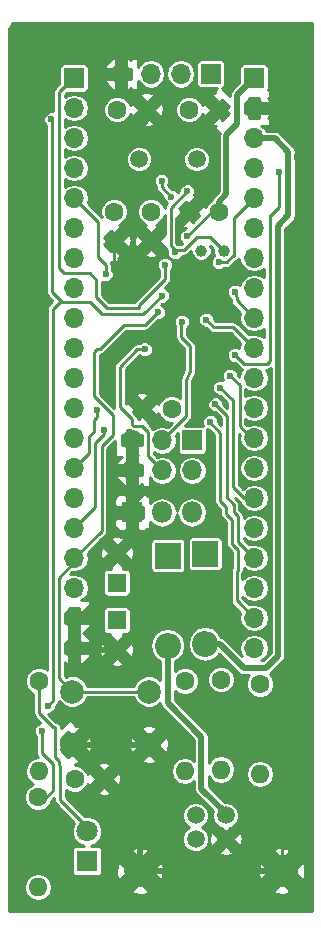
<source format=gbr>
G04 #@! TF.FileFunction,Copper,L2,Bot,Signal*
%FSLAX46Y46*%
G04 Gerber Fmt 4.6, Leading zero omitted, Abs format (unit mm)*
G04 Created by KiCad (PCBNEW 4.0.7) date 10/16/19 18:47:00*
%MOMM*%
%LPD*%
G01*
G04 APERTURE LIST*
%ADD10C,0.100000*%
%ADD11R,1.700000X1.700000*%
%ADD12O,1.700000X1.700000*%
%ADD13C,1.600000*%
%ADD14C,1.500000*%
%ADD15C,1.000000*%
%ADD16R,1.600000X1.600000*%
%ADD17R,1.800000X1.800000*%
%ADD18C,1.800000*%
%ADD19R,2.200000X2.200000*%
%ADD20O,2.200000X2.200000*%
%ADD21C,1.520000*%
%ADD22C,2.700000*%
%ADD23C,2.000000*%
%ADD24O,1.600000X1.600000*%
%ADD25O,1.800000X1.800000*%
%ADD26C,0.600000*%
%ADD27C,0.250000*%
%ADD28C,0.500000*%
G04 APERTURE END LIST*
D10*
D11*
X61110000Y-34158000D03*
D12*
X61110000Y-36698000D03*
X61110000Y-39238000D03*
X61110000Y-41778000D03*
X61110000Y-44318000D03*
X61110000Y-46858000D03*
X61110000Y-49398000D03*
X61110000Y-51938000D03*
X61110000Y-54478000D03*
X61110000Y-57018000D03*
X61110000Y-59558000D03*
X61110000Y-62098000D03*
X61110000Y-64638000D03*
X61110000Y-67178000D03*
X61110000Y-69718000D03*
X61110000Y-72258000D03*
X61110000Y-74798000D03*
X61110000Y-77338000D03*
X61110000Y-79878000D03*
X61110000Y-82418000D03*
D11*
X76350000Y-34158000D03*
D12*
X76350000Y-36698000D03*
X76350000Y-39238000D03*
X76350000Y-41778000D03*
X76350000Y-44318000D03*
X76350000Y-46858000D03*
X76350000Y-49398000D03*
X76350000Y-51938000D03*
X76350000Y-54478000D03*
X76350000Y-57018000D03*
X76350000Y-59558000D03*
X76350000Y-62098000D03*
X76350000Y-64638000D03*
X76350000Y-67178000D03*
X76350000Y-69718000D03*
X76350000Y-72258000D03*
X76350000Y-74798000D03*
X76350000Y-77338000D03*
X76350000Y-79878000D03*
X76350000Y-82418000D03*
D13*
X67627500Y-45466000D03*
X67627500Y-47966000D03*
X64516000Y-45466000D03*
X64516000Y-47966000D03*
X70866000Y-36830000D03*
X73366000Y-36830000D03*
X64770000Y-36830000D03*
X67270000Y-36830000D03*
D11*
X72694800Y-33807400D03*
D12*
X70154800Y-33807400D03*
X67614800Y-33807400D03*
X65074800Y-33807400D03*
D14*
X71501000Y-41021000D03*
X66621000Y-41021000D03*
D15*
X71882000Y-48768000D03*
X73782000Y-48768000D03*
D13*
X70866000Y-45466000D03*
X73366000Y-45466000D03*
D16*
X64709040Y-80076040D03*
D13*
X64709040Y-82576040D03*
X66865500Y-62166500D03*
X69365500Y-62166500D03*
D16*
X64731900Y-76885800D03*
D13*
X64731900Y-74385800D03*
X61153040Y-93497400D03*
X63653040Y-93497400D03*
D17*
X62219840Y-100472240D03*
D18*
X62219840Y-97932240D03*
D19*
X69049900Y-74587100D03*
D20*
X69049900Y-82207100D03*
D19*
X72199500Y-74447400D03*
D20*
X72199500Y-82067400D03*
D21*
X71414640Y-96586040D03*
X73954640Y-96586040D03*
X73954640Y-98586040D03*
X71414640Y-98586040D03*
D22*
X66684640Y-101286040D03*
X78684640Y-101286040D03*
D11*
X71120000Y-64833500D03*
D12*
X71120000Y-67373500D03*
X68580000Y-64833500D03*
X68580000Y-67373500D03*
X66040000Y-64833500D03*
X66040000Y-67373500D03*
D23*
X60960000Y-90606000D03*
X60960000Y-86106000D03*
X67460000Y-90606000D03*
X67460000Y-86106000D03*
D13*
X70485000Y-85217000D03*
D24*
X70485000Y-92837000D03*
D13*
X73533000Y-85090000D03*
D24*
X73533000Y-92710000D03*
D13*
X76835000Y-85471000D03*
D24*
X76835000Y-93091000D03*
D13*
X58140600Y-85232240D03*
D24*
X58140600Y-92852240D03*
D13*
X58064400Y-95062040D03*
D24*
X58064400Y-102682040D03*
D17*
X66027300Y-70942200D03*
D25*
X68567300Y-70942200D03*
X71107300Y-70942200D03*
D26*
X68557140Y-52590700D03*
X58887360Y-87294720D03*
X58399680Y-89428320D03*
X59182000Y-37655500D03*
X68534280Y-55397400D03*
X68473320Y-58338720D03*
X78846680Y-98628200D03*
X78958440Y-97063560D03*
X78846680Y-95498920D03*
X78846680Y-93878400D03*
X78958440Y-91978480D03*
X79181960Y-89966800D03*
X79237840Y-88011000D03*
X79405480Y-86166960D03*
X79573120Y-84490560D03*
X79400400Y-81495900D03*
X79400400Y-78676500D03*
X79324200Y-76085700D03*
X79438500Y-73609200D03*
X79400400Y-71247000D03*
X79438500Y-68770500D03*
X79438500Y-66065400D03*
X79514700Y-63588900D03*
X79476600Y-60998100D03*
X79438500Y-58483500D03*
X79438500Y-55892700D03*
X79324200Y-53187600D03*
X79514700Y-50634900D03*
X79265780Y-48168560D03*
X80103980Y-45626020D03*
X80131920Y-43111420D03*
X80020160Y-40848280D03*
X79438500Y-38176200D03*
X79552800Y-35433000D03*
X79362300Y-32842200D03*
X78447900Y-31546800D03*
X76200000Y-31623000D03*
X74523600Y-31508700D03*
X71437500Y-31280100D03*
X68770500Y-31470600D03*
X66294000Y-31623000D03*
X80774540Y-98907600D03*
X80746600Y-100248720D03*
X80858360Y-101645720D03*
X80355440Y-103154480D03*
X79181960Y-103657400D03*
X77617320Y-103769160D03*
X75940920Y-103489760D03*
X74543920Y-103489760D03*
X73258680Y-103545640D03*
X71861680Y-103713280D03*
X70464680Y-103769160D03*
X69067680Y-103713280D03*
X67447160Y-103657400D03*
X65913000Y-103555800D03*
X64350900Y-103517700D03*
X62674500Y-103251000D03*
X61412120Y-102735380D03*
X60071000Y-101450140D03*
X59568080Y-100360480D03*
X58422540Y-99298760D03*
X57388760Y-97873820D03*
X56606440Y-97035620D03*
X56690260Y-95247460D03*
X56382920Y-93599000D03*
X57221120Y-91447620D03*
X57444640Y-89575640D03*
X57416700Y-87955120D03*
X56997600Y-86781640D03*
X58140600Y-83667600D03*
X58407300Y-81153000D03*
X58407300Y-78600300D03*
X58293000Y-76009500D03*
X58293000Y-73571100D03*
X58331100Y-71170800D03*
X58293000Y-68541900D03*
X58366660Y-65994280D03*
X58366660Y-63423800D03*
X58338720Y-60797440D03*
X58562240Y-58450480D03*
X58478420Y-55656480D03*
X58394600Y-53141880D03*
X58310780Y-50739040D03*
X58506360Y-48196500D03*
X58310780Y-45514260D03*
X58254900Y-43195240D03*
X58226960Y-41127680D03*
X58199020Y-39590980D03*
X58140600Y-38023800D03*
X58635900Y-35661600D03*
X58940700Y-32346900D03*
X59969400Y-31432500D03*
X61302900Y-31394400D03*
X62865000Y-31432500D03*
X64510920Y-51676300D03*
X70073520Y-52852320D03*
X72212200Y-56210200D03*
X69342000Y-40894000D03*
X65176400Y-40436800D03*
X70866000Y-69138800D03*
X70205600Y-78435200D03*
X72339200Y-88290400D03*
X70675500Y-43751500D03*
X69659500Y-48895000D03*
X68516500Y-42862500D03*
X69342000Y-44196000D03*
X68199000Y-53975000D03*
X70675500Y-47561500D03*
X78435200Y-42103040D03*
X74739500Y-57594500D03*
X68818760Y-49956720D03*
X63792100Y-50784760D03*
X73380600Y-49743360D03*
X74736960Y-52265580D03*
X72288400Y-54610000D03*
X74295000Y-59359800D03*
X63055500Y-62293500D03*
X73482200Y-60375800D03*
X63614300Y-63944500D03*
X73075800Y-61798200D03*
X72644000Y-63271400D03*
X70238620Y-54785260D03*
X67106800Y-57127140D03*
D27*
X59992260Y-53007260D02*
X60134500Y-53149500D01*
X63436500Y-54165500D02*
X66929000Y-54165500D01*
X60134500Y-53149500D02*
X62420500Y-53149500D01*
X62420500Y-53149500D02*
X63436500Y-54165500D01*
X66929000Y-54165500D02*
X68557140Y-52590700D01*
X59314080Y-53685440D02*
X59992260Y-53007260D01*
X59314080Y-84510880D02*
X59314080Y-53685440D01*
X59366998Y-84563798D02*
X59314080Y-84510880D01*
X59366998Y-86815082D02*
X59366998Y-84563798D01*
X58887360Y-87294720D02*
X59366998Y-86815082D01*
X58399680Y-91338400D02*
X58399680Y-89428320D01*
X59314080Y-92252800D02*
X58399680Y-91338400D01*
X59314080Y-94488000D02*
X59314080Y-92252800D01*
X58740040Y-95062040D02*
X59314080Y-94488000D01*
X58064400Y-95062040D02*
X58740040Y-95062040D01*
X59182000Y-37655500D02*
X59245500Y-37719000D01*
X59245500Y-37719000D02*
X59245500Y-52260500D01*
X59245500Y-52260500D02*
X59992260Y-53007260D01*
X78684640Y-98790240D02*
X78684640Y-101286040D01*
X78846680Y-98628200D02*
X78684640Y-98790240D01*
X78958440Y-95610680D02*
X78958440Y-97063560D01*
X78846680Y-95498920D02*
X78958440Y-95610680D01*
X78846680Y-92090240D02*
X78846680Y-93878400D01*
X78958440Y-91978480D02*
X78846680Y-92090240D01*
X79181960Y-88066880D02*
X79181960Y-89966800D01*
X79237840Y-88011000D02*
X79181960Y-88066880D01*
X79405480Y-84658200D02*
X79405480Y-86166960D01*
X79573120Y-84490560D02*
X79405480Y-84658200D01*
X79400400Y-78676500D02*
X79400400Y-81495900D01*
X79324200Y-73723500D02*
X79324200Y-76085700D01*
X79438500Y-73609200D02*
X79324200Y-73723500D01*
X79400400Y-68808600D02*
X79400400Y-71247000D01*
X79438500Y-68770500D02*
X79400400Y-68808600D01*
X79438500Y-63665100D02*
X79438500Y-66065400D01*
X79514700Y-63588900D02*
X79438500Y-63665100D01*
X79476600Y-58521600D02*
X79476600Y-60998100D01*
X79438500Y-58483500D02*
X79476600Y-58521600D01*
X79438500Y-53301900D02*
X79438500Y-55892700D01*
X79324200Y-53187600D02*
X79438500Y-53301900D01*
X79400400Y-50520600D02*
X79514700Y-50634900D01*
X79400400Y-48303180D02*
X79400400Y-50520600D01*
X79265780Y-48168560D02*
X79400400Y-48303180D01*
X80103980Y-43139360D02*
X80103980Y-45626020D01*
X80131920Y-43111420D02*
X80103980Y-43139360D01*
X80020160Y-38757860D02*
X80020160Y-40848280D01*
X79438500Y-38176200D02*
X80020160Y-38757860D01*
X79552800Y-33032700D02*
X79552800Y-35433000D01*
X79362300Y-32842200D02*
X79552800Y-33032700D01*
X76276200Y-31546800D02*
X78447900Y-31546800D01*
X76200000Y-31623000D02*
X76276200Y-31546800D01*
X71666100Y-31508700D02*
X74523600Y-31508700D01*
X71437500Y-31280100D02*
X71666100Y-31508700D01*
X66446400Y-31470600D02*
X68770500Y-31470600D01*
X66294000Y-31623000D02*
X66446400Y-31470600D01*
X65074800Y-33807400D02*
X65074800Y-32727900D01*
X80774540Y-100220780D02*
X80774540Y-98907600D01*
X80746600Y-100248720D02*
X80774540Y-100220780D01*
X80858360Y-102651560D02*
X80858360Y-101645720D01*
X80355440Y-103154480D02*
X80858360Y-102651560D01*
X77729080Y-103657400D02*
X79181960Y-103657400D01*
X77617320Y-103769160D02*
X77729080Y-103657400D01*
X74543920Y-103489760D02*
X75940920Y-103489760D01*
X72029320Y-103545640D02*
X73258680Y-103545640D01*
X71861680Y-103713280D02*
X72029320Y-103545640D01*
X69123560Y-103769160D02*
X70464680Y-103769160D01*
X69067680Y-103713280D02*
X69123560Y-103769160D01*
X66014600Y-103657400D02*
X67447160Y-103657400D01*
X65913000Y-103555800D02*
X66014600Y-103657400D01*
X62941200Y-103517700D02*
X64350900Y-103517700D01*
X62674500Y-103251000D02*
X62941200Y-103517700D01*
X61356240Y-102735380D02*
X61412120Y-102735380D01*
X60071000Y-101450140D02*
X61356240Y-102735380D01*
X59484260Y-100360480D02*
X59568080Y-100360480D01*
X58422540Y-99298760D02*
X59484260Y-100360480D01*
X57388760Y-97817940D02*
X57388760Y-97873820D01*
X56606440Y-97035620D02*
X57388760Y-97817940D01*
X56690260Y-93906340D02*
X56690260Y-95247460D01*
X56382920Y-93599000D02*
X56690260Y-93906340D01*
X57221120Y-89799160D02*
X57221120Y-91447620D01*
X57444640Y-89575640D02*
X57221120Y-89799160D01*
X57416700Y-87200740D02*
X57416700Y-87955120D01*
X56997600Y-86781640D02*
X57416700Y-87200740D01*
X58140600Y-81419700D02*
X58140600Y-83667600D01*
X58407300Y-81153000D02*
X58140600Y-81419700D01*
X58407300Y-76123800D02*
X58407300Y-78600300D01*
X58293000Y-76009500D02*
X58407300Y-76123800D01*
X58293000Y-71208900D02*
X58293000Y-73571100D01*
X58331100Y-71170800D02*
X58293000Y-71208900D01*
X58293000Y-66067940D02*
X58293000Y-68541900D01*
X58366660Y-65994280D02*
X58293000Y-66067940D01*
X58366660Y-60825380D02*
X58366660Y-63423800D01*
X58338720Y-60797440D02*
X58366660Y-60825380D01*
X58562240Y-55740300D02*
X58562240Y-58450480D01*
X58478420Y-55656480D02*
X58562240Y-55740300D01*
X58394600Y-50822860D02*
X58394600Y-53141880D01*
X58310780Y-50739040D02*
X58394600Y-50822860D01*
X58506360Y-45709840D02*
X58506360Y-48196500D01*
X58310780Y-45514260D02*
X58506360Y-45709840D01*
X58254900Y-41155620D02*
X58254900Y-43195240D01*
X58226960Y-41127680D02*
X58254900Y-41155620D01*
X58199020Y-38082220D02*
X58199020Y-39590980D01*
X58140600Y-38023800D02*
X58199020Y-38082220D01*
X58635900Y-32651700D02*
X58635900Y-35661600D01*
X58940700Y-32346900D02*
X58635900Y-32651700D01*
X61264800Y-31432500D02*
X59969400Y-31432500D01*
X61302900Y-31394400D02*
X61264800Y-31432500D01*
X63779400Y-31432500D02*
X62865000Y-31432500D01*
X65074800Y-32727900D02*
X63779400Y-31432500D01*
X64516000Y-47966000D02*
X64516000Y-51671220D01*
X64516000Y-51671220D02*
X64510920Y-51676300D01*
X67627500Y-47966000D02*
X67778000Y-47966000D01*
X67778000Y-47966000D02*
X69593460Y-49781460D01*
X69593460Y-49781460D02*
X69593460Y-52372260D01*
X69593460Y-52372260D02*
X70073520Y-52852320D01*
X70096380Y-52875180D02*
X70096380Y-53347620D01*
X70073520Y-52852320D02*
X70096380Y-52875180D01*
X72212200Y-56210200D02*
X72186800Y-56210200D01*
X70866000Y-45466000D02*
X70866000Y-44856400D01*
X70866000Y-44856400D02*
X71729600Y-43992800D01*
X71729600Y-43992800D02*
X71729600Y-43332400D01*
X71729600Y-43332400D02*
X69342000Y-40944800D01*
X69342000Y-40944800D02*
X69342000Y-40894000D01*
X67270000Y-36830000D02*
X67270000Y-37835200D01*
X65176400Y-39928800D02*
X65176400Y-40436800D01*
X67270000Y-37835200D02*
X65176400Y-39928800D01*
X66027300Y-70942200D02*
X66027300Y-70319900D01*
X66027300Y-70319900D02*
X67208400Y-69138800D01*
X67208400Y-69138800D02*
X70866000Y-69138800D01*
X70205600Y-78435200D02*
X71120000Y-78435200D01*
X72593200Y-88036400D02*
X72745600Y-88036400D01*
X72339200Y-88290400D02*
X72593200Y-88036400D01*
D28*
X66684640Y-101286040D02*
X66684640Y-91381360D01*
X66684640Y-91381360D02*
X67460000Y-90606000D01*
X73954640Y-98586040D02*
X72339200Y-100584000D01*
X72339200Y-100584000D02*
X71601600Y-101321600D01*
X78684640Y-101286040D02*
X71601600Y-101321600D01*
X71601600Y-101321600D02*
X66684640Y-101286040D01*
X67460000Y-90606000D02*
X60960000Y-90606000D01*
X61110000Y-79878000D02*
X63174800Y-79878000D01*
X63174800Y-79878000D02*
X63317120Y-79735680D01*
X61110000Y-79878000D02*
X61630480Y-79878000D01*
X61630480Y-79878000D02*
X62951360Y-78557120D01*
X62951360Y-78557120D02*
X62951360Y-76166340D01*
X62951360Y-76166340D02*
X64731900Y-74385800D01*
X64709040Y-82576040D02*
X61268040Y-82576040D01*
X61268040Y-82576040D02*
X61110000Y-82418000D01*
X75779000Y-36830000D02*
X76218000Y-36830000D01*
D27*
X75779000Y-36830000D02*
X76091000Y-36830000D01*
X64516000Y-45466000D02*
X64706500Y-45466000D01*
X69659500Y-48895000D02*
X69659500Y-48704500D01*
X69278500Y-45148500D02*
X70675500Y-43751500D01*
X69278500Y-48323500D02*
X69278500Y-45148500D01*
X69659500Y-48704500D02*
X69278500Y-48323500D01*
X72639000Y-47625000D02*
X73782000Y-48768000D01*
X71501000Y-47625000D02*
X72639000Y-47625000D01*
X70421500Y-48704500D02*
X71501000Y-47625000D01*
X69850000Y-48704500D02*
X70421500Y-48704500D01*
X69659500Y-48895000D02*
X69850000Y-48704500D01*
X73782000Y-48768000D02*
X73660000Y-48768000D01*
X68516500Y-43370500D02*
X68516500Y-42862500D01*
X69342000Y-44196000D02*
X68516500Y-43370500D01*
X67119500Y-55054500D02*
X65341500Y-55054500D01*
X65341500Y-55054500D02*
X63309500Y-57086500D01*
X63309500Y-57086500D02*
X63055500Y-57086500D01*
X63055500Y-57086500D02*
X62801500Y-57340500D01*
X62801500Y-57340500D02*
X62801500Y-61087000D01*
X62801500Y-61087000D02*
X64389000Y-62674500D01*
X64389000Y-62674500D02*
X64389000Y-64389000D01*
X64389000Y-64389000D02*
X63436500Y-65341500D01*
X63436500Y-65341500D02*
X63436500Y-72471500D01*
X63436500Y-72471500D02*
X61110000Y-74798000D01*
X68199000Y-53975000D02*
X67119500Y-55054500D01*
X67460000Y-86106000D02*
X60960000Y-86106000D01*
X61110000Y-74798000D02*
X61110000Y-75161000D01*
X61110000Y-75161000D02*
X59817000Y-76454000D01*
X59817000Y-84963000D02*
X60960000Y-86106000D01*
X59817000Y-76454000D02*
X59817000Y-84963000D01*
X61110000Y-74798000D02*
X61028500Y-74798000D01*
X58140600Y-85232240D02*
X58140600Y-87939880D01*
X59344560Y-89143840D02*
X59512200Y-89143840D01*
X58140600Y-87939880D02*
X59344560Y-89143840D01*
X59512200Y-89143840D02*
X59512200Y-91653360D01*
X62219840Y-97576640D02*
X59908440Y-95265240D01*
X59908440Y-95265240D02*
X59908440Y-92369640D01*
X59512200Y-91653360D02*
X59832240Y-91973400D01*
X59832240Y-91973400D02*
X59832240Y-92293440D01*
X59832240Y-92293440D02*
X59908440Y-92369640D01*
X62219840Y-97932240D02*
X62219840Y-97576640D01*
D28*
X74018140Y-43964860D02*
X74018140Y-39001700D01*
X74018140Y-39001700D02*
X74930000Y-38089840D01*
D27*
X70675500Y-47561500D02*
X72771000Y-45466000D01*
X72771000Y-45466000D02*
X73366000Y-45466000D01*
D28*
X73366000Y-45466000D02*
X73366000Y-44617000D01*
X73366000Y-44617000D02*
X74018140Y-43964860D01*
X74930000Y-38089840D02*
X74930000Y-35578000D01*
X74930000Y-35578000D02*
X76350000Y-34158000D01*
D27*
X77660500Y-45760640D02*
X77764640Y-45760640D01*
X78435200Y-45090080D02*
X78435200Y-42103040D01*
X77764640Y-45760640D02*
X78435200Y-45090080D01*
X74739500Y-57594500D02*
X75501500Y-58356500D01*
X77406500Y-58356500D02*
X77660500Y-58102500D01*
X75501500Y-58356500D02*
X77406500Y-58356500D01*
X77660500Y-58102500D02*
X77660500Y-45760640D01*
X66636900Y-53594000D02*
X66636900Y-53383180D01*
X68818760Y-51201320D02*
X68818760Y-49956720D01*
X66636900Y-53383180D02*
X68818760Y-51201320D01*
X66611500Y-53594000D02*
X66636900Y-53594000D01*
X66636900Y-53594000D02*
X66639440Y-53594000D01*
X61028500Y-34158000D02*
X59817000Y-35369500D01*
X62992000Y-52705000D02*
X63881000Y-53594000D01*
X62992000Y-51244500D02*
X62992000Y-52705000D01*
X62420500Y-50673000D02*
X62992000Y-51244500D01*
X60261500Y-50673000D02*
X62420500Y-50673000D01*
X59817000Y-50228500D02*
X60261500Y-50673000D01*
X59817000Y-35369500D02*
X59817000Y-50228500D01*
X63881000Y-53594000D02*
X66611500Y-53594000D01*
X61110000Y-34158000D02*
X61028500Y-34158000D01*
D28*
X72199500Y-82067400D02*
X73431400Y-82067400D01*
X78100000Y-39238000D02*
X79263240Y-40401240D01*
X79263240Y-40401240D02*
X79263240Y-45796200D01*
X79263240Y-45796200D02*
X78369160Y-46690280D01*
X78369160Y-46690280D02*
X78369160Y-83093560D01*
X78369160Y-83093560D02*
X77365860Y-84096860D01*
X78100000Y-39238000D02*
X76350000Y-39238000D01*
X75460860Y-84096860D02*
X73431400Y-82067400D01*
X77365860Y-84096860D02*
X75460860Y-84096860D01*
D27*
X63119000Y-48958500D02*
X63119000Y-49281080D01*
X63119000Y-48958500D02*
X63119000Y-46327000D01*
X61110000Y-44318000D02*
X63119000Y-46327000D01*
X63794640Y-49956720D02*
X63792100Y-50784760D01*
X63119000Y-49281080D02*
X63794640Y-49956720D01*
X61590000Y-44318000D02*
X61110000Y-44318000D01*
X74676000Y-48933100D02*
X74676000Y-49100740D01*
X74033380Y-49743360D02*
X73380600Y-49743360D01*
X74676000Y-49100740D02*
X74033380Y-49743360D01*
X74676000Y-49212500D02*
X74676000Y-48933100D01*
X74676000Y-48933100D02*
X74676000Y-45992000D01*
X74676000Y-45992000D02*
X76350000Y-44318000D01*
X74736960Y-52265580D02*
X74863960Y-52392580D01*
X74863960Y-52392580D02*
X74866500Y-52994500D01*
X74866500Y-52994500D02*
X76350000Y-54478000D01*
X74576940Y-55245000D02*
X74577000Y-55245000D01*
X74577000Y-55245000D02*
X76350000Y-57018000D01*
X73101200Y-55245000D02*
X72923400Y-55245000D01*
X72923400Y-55245000D02*
X72288400Y-54610000D01*
X73025000Y-55245000D02*
X73101200Y-55245000D01*
X73101200Y-55245000D02*
X74576940Y-55245000D01*
X75120500Y-60299600D02*
X75120500Y-60185300D01*
X75120500Y-60185300D02*
X74295000Y-59359800D01*
X75120500Y-63627000D02*
X76131500Y-64638000D01*
X75120500Y-60299600D02*
X75120500Y-63627000D01*
X76131500Y-64638000D02*
X76350000Y-64638000D01*
X76004500Y-64638000D02*
X76350000Y-64638000D01*
X62357000Y-64658240D02*
X62357000Y-64526160D01*
X63055500Y-62877700D02*
X63055500Y-62293500D01*
X62814200Y-63119000D02*
X63055500Y-62877700D01*
X62814200Y-64068960D02*
X62814200Y-63119000D01*
X62357000Y-64526160D02*
X62814200Y-64068960D01*
X62357000Y-64658240D02*
X62357000Y-65931000D01*
X62357000Y-65931000D02*
X61110000Y-67178000D01*
X74549000Y-61696600D02*
X74549000Y-61442600D01*
X74549000Y-61442600D02*
X73482200Y-60375800D01*
X74549000Y-61696600D02*
X74549000Y-68770500D01*
X74549000Y-68770500D02*
X75496500Y-69718000D01*
X75496500Y-69718000D02*
X76350000Y-69718000D01*
X62865000Y-65100200D02*
X62865000Y-65074800D01*
X63614300Y-64325500D02*
X63614300Y-63944500D01*
X62865000Y-65074800D02*
X63614300Y-64325500D01*
X62865000Y-65100200D02*
X62865000Y-70503000D01*
X62865000Y-70503000D02*
X61110000Y-72258000D01*
X74041000Y-62788800D02*
X74041000Y-62763400D01*
X74041000Y-62763400D02*
X73075800Y-61798200D01*
X74970670Y-73418670D02*
X74970670Y-71264810D01*
X74970670Y-71264810D02*
X74612500Y-70906640D01*
X74612500Y-70294500D02*
X74612500Y-70906640D01*
X74041000Y-69596000D02*
X74612500Y-70294500D01*
X74041000Y-62788800D02*
X74041000Y-69596000D01*
X74970670Y-73418670D02*
X76350000Y-74798000D01*
X76350000Y-79878000D02*
X74866500Y-78394500D01*
X74866500Y-75946000D02*
X74866500Y-78394500D01*
X72644000Y-63271400D02*
X73482200Y-64236600D01*
X73482200Y-64236600D02*
X73469500Y-69977000D01*
X73469500Y-69977000D02*
X73977500Y-70485000D01*
X73977500Y-70485000D02*
X73977500Y-71048880D01*
X74482960Y-73609200D02*
X74985880Y-74112120D01*
X74985880Y-74112120D02*
X74985880Y-75826620D01*
X74985880Y-75826620D02*
X74866500Y-75946000D01*
X74482960Y-71554340D02*
X73977500Y-71048880D01*
X74482960Y-73609200D02*
X74482960Y-71554340D01*
X70612000Y-62801500D02*
X68580000Y-64833500D01*
X70612000Y-59690000D02*
X70612000Y-62801500D01*
X70947280Y-58943240D02*
X70612000Y-59690000D01*
X70947280Y-56855360D02*
X70947280Y-58943240D01*
X70238620Y-54785260D02*
X70159880Y-54864000D01*
X70159880Y-54864000D02*
X70192900Y-56100980D01*
X70192900Y-56100980D02*
X70947280Y-56855360D01*
X64973200Y-60439300D02*
X64973200Y-58610500D01*
X66456560Y-57127140D02*
X67106800Y-57127140D01*
X64973200Y-58610500D02*
X66456560Y-57127140D01*
X64973200Y-60350400D02*
X64973200Y-60439300D01*
X64973200Y-60439300D02*
X64973200Y-62026800D01*
X64973200Y-62026800D02*
X65989200Y-63042800D01*
X65989200Y-63042800D02*
X65989200Y-63449200D01*
X65989200Y-63449200D02*
X66141600Y-63601600D01*
X66141600Y-63601600D02*
X66852800Y-63601600D01*
X66852800Y-63601600D02*
X67360800Y-64109600D01*
X67360800Y-64109600D02*
X67360800Y-66154300D01*
X67360800Y-66154300D02*
X68580000Y-67373500D01*
D28*
X73954640Y-96586040D02*
X73954640Y-96398080D01*
X73954640Y-96398080D02*
X71897240Y-94340680D01*
X71897240Y-94340680D02*
X71897240Y-89956640D01*
X71897240Y-89956640D02*
X69049900Y-87109300D01*
X69049900Y-87109300D02*
X69049900Y-82207100D01*
D27*
G36*
X81236280Y-104705880D02*
X55613840Y-104705880D01*
X55613840Y-102659020D01*
X56889400Y-102659020D01*
X56889400Y-102705060D01*
X56978842Y-103154713D01*
X57233550Y-103535910D01*
X57614747Y-103790618D01*
X58064400Y-103880060D01*
X58514053Y-103790618D01*
X58895250Y-103535910D01*
X59149958Y-103154713D01*
X59182398Y-102991624D01*
X65933650Y-102991624D01*
X66110498Y-103224657D01*
X66896078Y-103296803D01*
X67258782Y-103224657D01*
X67435630Y-102991624D01*
X77933650Y-102991624D01*
X78110498Y-103224657D01*
X78896078Y-103296803D01*
X79258782Y-103224657D01*
X79435630Y-102991624D01*
X78684640Y-102240634D01*
X77933650Y-102991624D01*
X67435630Y-102991624D01*
X66684640Y-102240634D01*
X65933650Y-102991624D01*
X59182398Y-102991624D01*
X59239400Y-102705060D01*
X59239400Y-102659020D01*
X59149958Y-102209367D01*
X58895250Y-101828170D01*
X58514053Y-101573462D01*
X58064400Y-101484020D01*
X57614747Y-101573462D01*
X57233550Y-101828170D01*
X56978842Y-102209367D01*
X56889400Y-102659020D01*
X55613840Y-102659020D01*
X55613840Y-95294737D01*
X56889196Y-95294737D01*
X57067702Y-95726755D01*
X57397947Y-96057576D01*
X57829653Y-96236836D01*
X58297097Y-96237244D01*
X58729115Y-96058738D01*
X59059936Y-95728493D01*
X59239196Y-95296787D01*
X59239219Y-95269967D01*
X59408440Y-95100746D01*
X59408440Y-95265240D01*
X59438347Y-95415593D01*
X59446500Y-95456582D01*
X59554887Y-95618793D01*
X61142372Y-97206278D01*
X61139578Y-97209067D01*
X60945062Y-97677514D01*
X60944619Y-98184741D01*
X61138317Y-98653526D01*
X61496667Y-99012502D01*
X61923875Y-99189894D01*
X61319840Y-99189894D01*
X61180874Y-99216042D01*
X61053241Y-99298171D01*
X60967617Y-99423486D01*
X60937494Y-99572240D01*
X60937494Y-101372240D01*
X60963642Y-101511206D01*
X61045771Y-101638839D01*
X61171086Y-101724463D01*
X61319840Y-101754586D01*
X63119840Y-101754586D01*
X63258806Y-101728438D01*
X63386439Y-101646309D01*
X63472063Y-101520994D01*
X63476825Y-101497478D01*
X64673877Y-101497478D01*
X64746023Y-101860182D01*
X64979056Y-102037030D01*
X65730046Y-101286040D01*
X67639234Y-101286040D01*
X68390224Y-102037030D01*
X68623257Y-101860182D01*
X68656566Y-101497478D01*
X76673877Y-101497478D01*
X76746023Y-101860182D01*
X76979056Y-102037030D01*
X77730046Y-101286040D01*
X79639234Y-101286040D01*
X80390224Y-102037030D01*
X80623257Y-101860182D01*
X80695403Y-101074602D01*
X80623257Y-100711898D01*
X80390224Y-100535050D01*
X79639234Y-101286040D01*
X77730046Y-101286040D01*
X76979056Y-100535050D01*
X76746023Y-100711898D01*
X76673877Y-101497478D01*
X68656566Y-101497478D01*
X68695403Y-101074602D01*
X68623257Y-100711898D01*
X68390224Y-100535050D01*
X67639234Y-101286040D01*
X65730046Y-101286040D01*
X64979056Y-100535050D01*
X64746023Y-100711898D01*
X64673877Y-101497478D01*
X63476825Y-101497478D01*
X63502186Y-101372240D01*
X63502186Y-99580456D01*
X65933650Y-99580456D01*
X66684640Y-100331446D01*
X67435630Y-99580456D01*
X67258782Y-99347423D01*
X66473202Y-99275277D01*
X66110498Y-99347423D01*
X65933650Y-99580456D01*
X63502186Y-99580456D01*
X63502186Y-99572240D01*
X63476038Y-99433274D01*
X63393909Y-99305641D01*
X63268594Y-99220017D01*
X63119840Y-99189894D01*
X62514856Y-99189894D01*
X62941126Y-99013763D01*
X63300102Y-98655413D01*
X63494618Y-98186966D01*
X63495061Y-97679739D01*
X63301363Y-97210954D01*
X62943013Y-96851978D01*
X62843882Y-96810815D01*
X70279443Y-96810815D01*
X70451873Y-97228126D01*
X70770875Y-97547685D01*
X70862955Y-97585920D01*
X70772554Y-97623273D01*
X70452995Y-97942275D01*
X70279837Y-98359284D01*
X70279443Y-98810815D01*
X70451873Y-99228126D01*
X70770875Y-99547685D01*
X71187884Y-99720843D01*
X71639415Y-99721237D01*
X71676959Y-99705724D01*
X73372357Y-99705724D01*
X73457676Y-99916547D01*
X74004668Y-100005448D01*
X74451604Y-99916547D01*
X74536923Y-99705724D01*
X74411655Y-99580456D01*
X77933650Y-99580456D01*
X78684640Y-100331446D01*
X79435630Y-99580456D01*
X79258782Y-99347423D01*
X78473202Y-99275277D01*
X78110498Y-99347423D01*
X77933650Y-99580456D01*
X74411655Y-99580456D01*
X73954640Y-99123441D01*
X73372357Y-99705724D01*
X71676959Y-99705724D01*
X72056726Y-99548807D01*
X72376285Y-99229805D01*
X72549443Y-98812796D01*
X72549534Y-98707971D01*
X72624133Y-99083004D01*
X72834956Y-99168323D01*
X73417239Y-98586040D01*
X74492041Y-98586040D01*
X75074324Y-99168323D01*
X75285147Y-99083004D01*
X75374048Y-98536012D01*
X75285147Y-98089076D01*
X75074324Y-98003757D01*
X74492041Y-98586040D01*
X73417239Y-98586040D01*
X72834956Y-98003757D01*
X72624133Y-98089076D01*
X72549675Y-98547204D01*
X72549837Y-98361265D01*
X72377407Y-97943954D01*
X72058405Y-97624395D01*
X71966325Y-97586160D01*
X72056726Y-97548807D01*
X72376285Y-97229805D01*
X72549443Y-96812796D01*
X72549837Y-96361265D01*
X72377407Y-95943954D01*
X72058405Y-95624395D01*
X71641396Y-95451237D01*
X71189865Y-95450843D01*
X70772554Y-95623273D01*
X70452995Y-95942275D01*
X70279837Y-96359284D01*
X70279443Y-96810815D01*
X62843882Y-96810815D01*
X62474566Y-96657462D01*
X62007361Y-96657054D01*
X60408440Y-95058134D01*
X60408440Y-94414653D01*
X60486587Y-94492936D01*
X60918293Y-94672196D01*
X61385737Y-94672604D01*
X61423540Y-94656984D01*
X63059142Y-94656984D01*
X63150660Y-94869387D01*
X63713937Y-94957204D01*
X64155420Y-94869387D01*
X64246938Y-94656984D01*
X63653040Y-94063085D01*
X63059142Y-94656984D01*
X61423540Y-94656984D01*
X61817755Y-94494098D01*
X62148576Y-94163853D01*
X62260212Y-93895004D01*
X62281053Y-93999780D01*
X62493456Y-94091298D01*
X63087355Y-93497400D01*
X64218725Y-93497400D01*
X64812624Y-94091298D01*
X65025027Y-93999780D01*
X65112844Y-93436503D01*
X65025027Y-92995020D01*
X64812624Y-92903502D01*
X64218725Y-93497400D01*
X63087355Y-93497400D01*
X62493456Y-92903502D01*
X62281053Y-92995020D01*
X62263455Y-93107900D01*
X62149738Y-92832685D01*
X61819493Y-92501864D01*
X61424422Y-92337816D01*
X63059142Y-92337816D01*
X63653040Y-92931715D01*
X64246938Y-92337816D01*
X64155420Y-92125413D01*
X63592143Y-92037596D01*
X63150660Y-92125413D01*
X63059142Y-92337816D01*
X61424422Y-92337816D01*
X61387787Y-92322604D01*
X61188116Y-92322430D01*
X61225166Y-92285380D01*
X61184982Y-92245196D01*
X61488979Y-92184727D01*
X61611502Y-91964609D01*
X66808498Y-91964609D01*
X66931021Y-92184727D01*
X67575440Y-92266985D01*
X67988979Y-92184727D01*
X68111502Y-91964609D01*
X67460000Y-91313107D01*
X66808498Y-91964609D01*
X61611502Y-91964609D01*
X60960000Y-91313107D01*
X60606447Y-91666661D01*
X60012200Y-91072414D01*
X60012200Y-90846693D01*
X60252893Y-90606000D01*
X61667107Y-90606000D01*
X62318609Y-91257502D01*
X62538727Y-91134979D01*
X62591513Y-90721440D01*
X65799015Y-90721440D01*
X65881273Y-91134979D01*
X66101391Y-91257502D01*
X66752893Y-90606000D01*
X68167107Y-90606000D01*
X68818609Y-91257502D01*
X69038727Y-91134979D01*
X69120985Y-90490560D01*
X69038727Y-90077021D01*
X68818609Y-89954498D01*
X68167107Y-90606000D01*
X66752893Y-90606000D01*
X66101391Y-89954498D01*
X65881273Y-90077021D01*
X65799015Y-90721440D01*
X62591513Y-90721440D01*
X62620985Y-90490560D01*
X62538727Y-90077021D01*
X62318609Y-89954498D01*
X61667107Y-90606000D01*
X60252893Y-90606000D01*
X60012200Y-90365307D01*
X60012200Y-90139586D01*
X60606447Y-89545340D01*
X60960000Y-89898893D01*
X61611502Y-89247391D01*
X66808498Y-89247391D01*
X67460000Y-89898893D01*
X68111502Y-89247391D01*
X67988979Y-89027273D01*
X67344560Y-88945015D01*
X66931021Y-89027273D01*
X66808498Y-89247391D01*
X61611502Y-89247391D01*
X61488979Y-89027273D01*
X61165770Y-88986016D01*
X61225166Y-88926620D01*
X60756678Y-88458131D01*
X60012200Y-89202609D01*
X60012200Y-89143840D01*
X59974140Y-88952498D01*
X59865753Y-88790287D01*
X59703542Y-88681900D01*
X59561467Y-88653640D01*
X58877538Y-87969712D01*
X59021037Y-87969837D01*
X59269217Y-87867291D01*
X59459263Y-87677576D01*
X59562243Y-87429575D01*
X59562333Y-87326854D01*
X59720552Y-87168635D01*
X59785524Y-87071396D01*
X59828938Y-87006424D01*
X59843404Y-86933696D01*
X60180108Y-87270989D01*
X60685296Y-87480761D01*
X61232305Y-87481238D01*
X61737857Y-87272348D01*
X62124989Y-86885892D01*
X62241210Y-86606000D01*
X66178844Y-86606000D01*
X66293652Y-86883857D01*
X66680108Y-87270989D01*
X67185296Y-87480761D01*
X67732305Y-87481238D01*
X68237857Y-87272348D01*
X68424900Y-87085632D01*
X68424900Y-87109300D01*
X68472475Y-87348477D01*
X68607958Y-87551242D01*
X71272240Y-90215524D01*
X71272240Y-91953991D01*
X70934653Y-91728422D01*
X70485000Y-91638980D01*
X70035347Y-91728422D01*
X69654150Y-91983130D01*
X69399442Y-92364327D01*
X69310000Y-92813980D01*
X69310000Y-92860020D01*
X69399442Y-93309673D01*
X69654150Y-93690870D01*
X70035347Y-93945578D01*
X70485000Y-94035020D01*
X70934653Y-93945578D01*
X71272240Y-93720009D01*
X71272240Y-94340680D01*
X71319815Y-94579857D01*
X71455298Y-94782622D01*
X72882075Y-96209399D01*
X72819837Y-96359284D01*
X72819443Y-96810815D01*
X72991873Y-97228126D01*
X73310875Y-97547685D01*
X73555096Y-97649095D01*
X73954640Y-98048639D01*
X74354306Y-97648973D01*
X74596726Y-97548807D01*
X74916285Y-97229805D01*
X75089443Y-96812796D01*
X75089837Y-96361265D01*
X74917407Y-95943954D01*
X74598405Y-95624395D01*
X74181396Y-95451237D01*
X73891428Y-95450984D01*
X72522240Y-94081796D01*
X72522240Y-93294616D01*
X72702150Y-93563870D01*
X73083347Y-93818578D01*
X73533000Y-93908020D01*
X73982653Y-93818578D01*
X74363850Y-93563870D01*
X74618558Y-93182673D01*
X74641371Y-93067980D01*
X75660000Y-93067980D01*
X75660000Y-93114020D01*
X75749442Y-93563673D01*
X76004150Y-93944870D01*
X76385347Y-94199578D01*
X76835000Y-94289020D01*
X77284653Y-94199578D01*
X77665850Y-93944870D01*
X77920558Y-93563673D01*
X78010000Y-93114020D01*
X78010000Y-93067980D01*
X77920558Y-92618327D01*
X77665850Y-92237130D01*
X77284653Y-91982422D01*
X76835000Y-91892980D01*
X76385347Y-91982422D01*
X76004150Y-92237130D01*
X75749442Y-92618327D01*
X75660000Y-93067980D01*
X74641371Y-93067980D01*
X74708000Y-92733020D01*
X74708000Y-92686980D01*
X74618558Y-92237327D01*
X74363850Y-91856130D01*
X73982653Y-91601422D01*
X73533000Y-91511980D01*
X73083347Y-91601422D01*
X72702150Y-91856130D01*
X72522240Y-92125384D01*
X72522240Y-89956640D01*
X72474665Y-89717463D01*
X72339182Y-89514698D01*
X69674900Y-86850416D01*
X69674900Y-86068638D01*
X69818547Y-86212536D01*
X70250253Y-86391796D01*
X70717697Y-86392204D01*
X71149715Y-86213698D01*
X71480536Y-85883453D01*
X71659796Y-85451747D01*
X71659908Y-85322697D01*
X72357796Y-85322697D01*
X72536302Y-85754715D01*
X72866547Y-86085536D01*
X73298253Y-86264796D01*
X73765697Y-86265204D01*
X74197715Y-86086698D01*
X74528536Y-85756453D01*
X74707796Y-85324747D01*
X74708204Y-84857303D01*
X74529698Y-84425285D01*
X74199453Y-84094464D01*
X73767747Y-83915204D01*
X73300303Y-83914796D01*
X72868285Y-84093302D01*
X72537464Y-84423547D01*
X72358204Y-84855253D01*
X72357796Y-85322697D01*
X71659908Y-85322697D01*
X71660204Y-84984303D01*
X71481698Y-84552285D01*
X71151453Y-84221464D01*
X70719747Y-84042204D01*
X70252303Y-84041796D01*
X69820285Y-84220302D01*
X69674900Y-84365434D01*
X69674900Y-83558266D01*
X70092883Y-83278980D01*
X70412622Y-82800455D01*
X70524900Y-82235997D01*
X70524900Y-82178203D01*
X70412622Y-81613745D01*
X70092883Y-81135220D01*
X69614358Y-80815481D01*
X69049900Y-80703203D01*
X68485442Y-80815481D01*
X68006917Y-81135220D01*
X67687178Y-81613745D01*
X67574900Y-82178203D01*
X67574900Y-82235997D01*
X67687178Y-82800455D01*
X68006917Y-83278980D01*
X68424900Y-83558266D01*
X68424900Y-85126343D01*
X68239892Y-84941011D01*
X67734704Y-84731239D01*
X67187695Y-84730762D01*
X66682143Y-84939652D01*
X66295011Y-85326108D01*
X66178790Y-85606000D01*
X62241156Y-85606000D01*
X62126348Y-85328143D01*
X61739892Y-84941011D01*
X61234704Y-84731239D01*
X60687695Y-84730762D01*
X60407601Y-84846495D01*
X60317000Y-84755894D01*
X60317000Y-83641493D01*
X60467966Y-83754854D01*
X60685000Y-83680581D01*
X60685000Y-82843000D01*
X61535000Y-82843000D01*
X61535000Y-83680581D01*
X61752034Y-83754854D01*
X61777643Y-83735624D01*
X64115142Y-83735624D01*
X64206660Y-83948027D01*
X64769937Y-84035844D01*
X65211420Y-83948027D01*
X65302938Y-83735624D01*
X64709040Y-83141725D01*
X64115142Y-83735624D01*
X61777643Y-83735624D01*
X62214754Y-83407396D01*
X62446820Y-83060029D01*
X62364726Y-82843000D01*
X61535000Y-82843000D01*
X60685000Y-82843000D01*
X60317000Y-82843000D01*
X60317000Y-82636937D01*
X63249236Y-82636937D01*
X63337053Y-83078420D01*
X63549456Y-83169938D01*
X64143355Y-82576040D01*
X65274725Y-82576040D01*
X65868624Y-83169938D01*
X66081027Y-83078420D01*
X66168844Y-82515143D01*
X66081027Y-82073660D01*
X65868624Y-81982142D01*
X65274725Y-82576040D01*
X64143355Y-82576040D01*
X63549456Y-81982142D01*
X63337053Y-82073660D01*
X63249236Y-82636937D01*
X60317000Y-82636937D01*
X60317000Y-81993000D01*
X60685000Y-81993000D01*
X60685000Y-81155419D01*
X60663321Y-81148000D01*
X60685000Y-81140581D01*
X60685000Y-80303000D01*
X61535000Y-80303000D01*
X61535000Y-81140581D01*
X61556679Y-81148000D01*
X61535000Y-81155419D01*
X61535000Y-81993000D01*
X62364726Y-81993000D01*
X62446820Y-81775971D01*
X62214754Y-81428604D01*
X61841065Y-81148000D01*
X62214754Y-80867396D01*
X62446820Y-80520029D01*
X62364726Y-80303000D01*
X61535000Y-80303000D01*
X60685000Y-80303000D01*
X60317000Y-80303000D01*
X60317000Y-79453000D01*
X60685000Y-79453000D01*
X60685000Y-79028000D01*
X61535000Y-79028000D01*
X61535000Y-79453000D01*
X62364726Y-79453000D01*
X62431663Y-79276040D01*
X63526694Y-79276040D01*
X63526694Y-80876040D01*
X63552842Y-81015006D01*
X63634971Y-81142639D01*
X63760286Y-81228263D01*
X63909040Y-81258386D01*
X64183250Y-81258386D01*
X64115142Y-81416456D01*
X64709040Y-82010355D01*
X65302938Y-81416456D01*
X65234830Y-81258386D01*
X65509040Y-81258386D01*
X65648006Y-81232238D01*
X65775639Y-81150109D01*
X65861263Y-81024794D01*
X65891386Y-80876040D01*
X65891386Y-79276040D01*
X65865238Y-79137074D01*
X65783109Y-79009441D01*
X65657794Y-78923817D01*
X65509040Y-78893694D01*
X63909040Y-78893694D01*
X63770074Y-78919842D01*
X63642441Y-79001971D01*
X63556817Y-79127286D01*
X63526694Y-79276040D01*
X62431663Y-79276040D01*
X62446820Y-79235971D01*
X62307880Y-79028000D01*
X62485002Y-79028000D01*
X62485002Y-78395000D01*
X61714661Y-78395000D01*
X62000205Y-78204206D01*
X62265751Y-77806787D01*
X62358999Y-77338000D01*
X62265751Y-76869213D01*
X62000205Y-76471794D01*
X61602786Y-76206248D01*
X61133999Y-76113000D01*
X61086001Y-76113000D01*
X60810257Y-76167849D01*
X60892306Y-76085800D01*
X63549554Y-76085800D01*
X63549554Y-77685800D01*
X63575702Y-77824766D01*
X63657831Y-77952399D01*
X63783146Y-78038023D01*
X63931900Y-78068146D01*
X65531900Y-78068146D01*
X65670866Y-78041998D01*
X65798499Y-77959869D01*
X65884123Y-77834554D01*
X65914246Y-77685800D01*
X65914246Y-76085800D01*
X65888098Y-75946834D01*
X65805969Y-75819201D01*
X65680654Y-75733577D01*
X65531900Y-75703454D01*
X65257690Y-75703454D01*
X65325798Y-75545384D01*
X64731900Y-74951485D01*
X64138002Y-75545384D01*
X64206110Y-75703454D01*
X63931900Y-75703454D01*
X63792934Y-75729602D01*
X63665301Y-75811731D01*
X63579677Y-75937046D01*
X63549554Y-76085800D01*
X60892306Y-76085800D01*
X60976823Y-76001283D01*
X61086001Y-76023000D01*
X61133999Y-76023000D01*
X61602786Y-75929752D01*
X62000205Y-75664206D01*
X62265751Y-75266787D01*
X62358999Y-74798000D01*
X62289121Y-74446697D01*
X63272096Y-74446697D01*
X63359913Y-74888180D01*
X63572316Y-74979698D01*
X64166215Y-74385800D01*
X65297585Y-74385800D01*
X65891484Y-74979698D01*
X66103887Y-74888180D01*
X66191704Y-74324903D01*
X66103887Y-73883420D01*
X65891484Y-73791902D01*
X65297585Y-74385800D01*
X64166215Y-74385800D01*
X63572316Y-73791902D01*
X63359913Y-73883420D01*
X63272096Y-74446697D01*
X62289121Y-74446697D01*
X62269093Y-74346013D01*
X63388890Y-73226216D01*
X64138002Y-73226216D01*
X64731900Y-73820115D01*
X65064914Y-73487100D01*
X67567554Y-73487100D01*
X67567554Y-75687100D01*
X67593702Y-75826066D01*
X67675831Y-75953699D01*
X67801146Y-76039323D01*
X67949900Y-76069446D01*
X70149900Y-76069446D01*
X70288866Y-76043298D01*
X70416499Y-75961169D01*
X70502123Y-75835854D01*
X70532246Y-75687100D01*
X70532246Y-73487100D01*
X70506098Y-73348134D01*
X70505626Y-73347400D01*
X70717154Y-73347400D01*
X70717154Y-75547400D01*
X70743302Y-75686366D01*
X70825431Y-75813999D01*
X70950746Y-75899623D01*
X71099500Y-75929746D01*
X73299500Y-75929746D01*
X73438466Y-75903598D01*
X73566099Y-75821469D01*
X73651723Y-75696154D01*
X73681846Y-75547400D01*
X73681846Y-73347400D01*
X73655698Y-73208434D01*
X73573569Y-73080801D01*
X73448254Y-72995177D01*
X73299500Y-72965054D01*
X71099500Y-72965054D01*
X70960534Y-72991202D01*
X70832901Y-73073331D01*
X70747277Y-73198646D01*
X70717154Y-73347400D01*
X70505626Y-73347400D01*
X70423969Y-73220501D01*
X70298654Y-73134877D01*
X70149900Y-73104754D01*
X67949900Y-73104754D01*
X67810934Y-73130902D01*
X67683301Y-73213031D01*
X67597677Y-73338346D01*
X67567554Y-73487100D01*
X65064914Y-73487100D01*
X65325798Y-73226216D01*
X65234280Y-73013813D01*
X64671003Y-72925996D01*
X64229520Y-73013813D01*
X64138002Y-73226216D01*
X63388890Y-73226216D01*
X63790053Y-72825053D01*
X63898440Y-72662842D01*
X63936500Y-72471500D01*
X63936500Y-71550450D01*
X64494300Y-71550450D01*
X64494300Y-71968112D01*
X64590669Y-72200766D01*
X64768735Y-72378832D01*
X65001389Y-72475200D01*
X65419050Y-72475200D01*
X65577300Y-72316950D01*
X65577300Y-71392200D01*
X64652550Y-71392200D01*
X64494300Y-71550450D01*
X63936500Y-71550450D01*
X63936500Y-69916288D01*
X64494300Y-69916288D01*
X64494300Y-70333950D01*
X64652550Y-70492200D01*
X65577300Y-70492200D01*
X65577300Y-69567450D01*
X66477300Y-69567450D01*
X66477300Y-70492200D01*
X66927300Y-70492200D01*
X66927300Y-71392200D01*
X66477300Y-71392200D01*
X66477300Y-72316950D01*
X66635550Y-72475200D01*
X67053211Y-72475200D01*
X67285865Y-72378832D01*
X67347495Y-72317202D01*
X67560300Y-72317202D01*
X67560300Y-71723344D01*
X67640760Y-71843761D01*
X68054400Y-72120146D01*
X68542321Y-72217200D01*
X68592279Y-72217200D01*
X69080200Y-72120146D01*
X69493840Y-71843761D01*
X69770225Y-71430121D01*
X69837300Y-71092914D01*
X69904375Y-71430121D01*
X70180760Y-71843761D01*
X70594400Y-72120146D01*
X71082321Y-72217200D01*
X71132279Y-72217200D01*
X71620200Y-72120146D01*
X72033840Y-71843761D01*
X72310225Y-71430121D01*
X72407279Y-70942200D01*
X72310225Y-70454279D01*
X72033840Y-70040639D01*
X71620200Y-69764254D01*
X71132279Y-69667200D01*
X71082321Y-69667200D01*
X70594400Y-69764254D01*
X70180760Y-70040639D01*
X69904375Y-70454279D01*
X69837300Y-70791486D01*
X69770225Y-70454279D01*
X69493840Y-70040639D01*
X69080200Y-69764254D01*
X68592279Y-69667200D01*
X68542321Y-69667200D01*
X68054400Y-69764254D01*
X67640760Y-70040639D01*
X67560300Y-70161056D01*
X67560300Y-69567198D01*
X67347495Y-69567198D01*
X67285865Y-69505568D01*
X67053211Y-69409200D01*
X66635550Y-69409200D01*
X66477300Y-69567450D01*
X65577300Y-69567450D01*
X65419050Y-69409200D01*
X65001389Y-69409200D01*
X64768735Y-69505568D01*
X64590669Y-69683634D01*
X64494300Y-69916288D01*
X63936500Y-69916288D01*
X63936500Y-68015534D01*
X64703146Y-68015534D01*
X65050604Y-68478254D01*
X65397971Y-68710320D01*
X65615000Y-68628226D01*
X65615000Y-67798500D01*
X64777419Y-67798500D01*
X64703146Y-68015534D01*
X63936500Y-68015534D01*
X63936500Y-65548606D01*
X64557000Y-64928107D01*
X64557000Y-66208502D01*
X65140780Y-66208502D01*
X65050604Y-66268746D01*
X64703146Y-66731466D01*
X64777419Y-66948500D01*
X65615000Y-66948500D01*
X65615000Y-66118774D01*
X65574621Y-66103500D01*
X65615000Y-66088226D01*
X65615000Y-65258500D01*
X65190000Y-65258500D01*
X65190000Y-64408500D01*
X65615000Y-64408500D01*
X65615000Y-63983500D01*
X65830471Y-63983500D01*
X65950258Y-64063540D01*
X66141600Y-64101600D01*
X66465000Y-64101600D01*
X66465000Y-64408500D01*
X66860800Y-64408500D01*
X66860800Y-65258500D01*
X66465000Y-65258500D01*
X66465000Y-66088226D01*
X66505379Y-66103500D01*
X66465000Y-66118774D01*
X66465000Y-66948500D01*
X66890000Y-66948500D01*
X66890000Y-67798500D01*
X66465000Y-67798500D01*
X66465000Y-68628226D01*
X66682029Y-68710320D01*
X66890000Y-68571380D01*
X66890000Y-68748502D01*
X67523000Y-68748502D01*
X67523000Y-67978161D01*
X67713794Y-68263705D01*
X68111213Y-68529251D01*
X68580000Y-68622499D01*
X69048787Y-68529251D01*
X69446206Y-68263705D01*
X69711752Y-67866286D01*
X69805000Y-67397499D01*
X69805000Y-67349501D01*
X69895000Y-67349501D01*
X69895000Y-67397499D01*
X69988248Y-67866286D01*
X70253794Y-68263705D01*
X70651213Y-68529251D01*
X71120000Y-68622499D01*
X71588787Y-68529251D01*
X71986206Y-68263705D01*
X72251752Y-67866286D01*
X72345000Y-67397499D01*
X72345000Y-67349501D01*
X72251752Y-66880714D01*
X71986206Y-66483295D01*
X71588787Y-66217749D01*
X71120000Y-66124501D01*
X70651213Y-66217749D01*
X70253794Y-66483295D01*
X69988248Y-66880714D01*
X69895000Y-67349501D01*
X69805000Y-67349501D01*
X69711752Y-66880714D01*
X69446206Y-66483295D01*
X69048787Y-66217749D01*
X68580000Y-66124501D01*
X68128013Y-66214407D01*
X67860800Y-65947194D01*
X67860800Y-65821931D01*
X68111213Y-65989251D01*
X68580000Y-66082499D01*
X69048787Y-65989251D01*
X69446206Y-65723705D01*
X69711752Y-65326286D01*
X69805000Y-64857499D01*
X69805000Y-64809501D01*
X69723057Y-64397549D01*
X69887654Y-64232952D01*
X69887654Y-65683500D01*
X69913802Y-65822466D01*
X69995931Y-65950099D01*
X70121246Y-66035723D01*
X70270000Y-66065846D01*
X71970000Y-66065846D01*
X72108966Y-66039698D01*
X72236599Y-65957569D01*
X72322223Y-65832254D01*
X72352346Y-65683500D01*
X72352346Y-63983500D01*
X72331460Y-63872501D01*
X72509145Y-63946283D01*
X72567904Y-63946334D01*
X72981786Y-64422925D01*
X72969501Y-69975894D01*
X72969610Y-69976450D01*
X72969501Y-69977000D01*
X72988374Y-70071884D01*
X73007138Y-70167320D01*
X73007450Y-70167789D01*
X73007560Y-70168342D01*
X73061472Y-70249026D01*
X73115166Y-70329770D01*
X73115634Y-70330084D01*
X73115947Y-70330553D01*
X73477500Y-70692107D01*
X73477500Y-71048880D01*
X73507716Y-71200786D01*
X73515560Y-71240222D01*
X73623947Y-71402433D01*
X73982960Y-71761447D01*
X73982960Y-73609200D01*
X74012671Y-73758566D01*
X74021020Y-73800542D01*
X74129407Y-73962753D01*
X74485880Y-74319227D01*
X74485880Y-75632955D01*
X74404560Y-75754658D01*
X74366500Y-75946000D01*
X74366500Y-78394500D01*
X74404560Y-78585842D01*
X74512947Y-78748053D01*
X75190907Y-79426014D01*
X75101001Y-79878000D01*
X75194249Y-80346787D01*
X75459795Y-80744206D01*
X75857214Y-81009752D01*
X76326001Y-81103000D01*
X76373999Y-81103000D01*
X76842786Y-81009752D01*
X77240205Y-80744206D01*
X77505751Y-80346787D01*
X77598999Y-79878000D01*
X77505751Y-79409213D01*
X77240205Y-79011794D01*
X76842786Y-78746248D01*
X76373999Y-78653000D01*
X76326001Y-78653000D01*
X75914049Y-78734943D01*
X75366500Y-78187394D01*
X75366500Y-78064580D01*
X75459795Y-78204206D01*
X75857214Y-78469752D01*
X76326001Y-78563000D01*
X76373999Y-78563000D01*
X76842786Y-78469752D01*
X77240205Y-78204206D01*
X77505751Y-77806787D01*
X77598999Y-77338000D01*
X77505751Y-76869213D01*
X77240205Y-76471794D01*
X76842786Y-76206248D01*
X76373999Y-76113000D01*
X76326001Y-76113000D01*
X75857214Y-76206248D01*
X75459795Y-76471794D01*
X75366500Y-76611420D01*
X75366500Y-76139666D01*
X75447820Y-76017962D01*
X75485880Y-75826620D01*
X75485880Y-75681635D01*
X75857214Y-75929752D01*
X76326001Y-76023000D01*
X76373999Y-76023000D01*
X76842786Y-75929752D01*
X77240205Y-75664206D01*
X77505751Y-75266787D01*
X77598999Y-74798000D01*
X77505751Y-74329213D01*
X77240205Y-73931794D01*
X76842786Y-73666248D01*
X76373999Y-73573000D01*
X76326001Y-73573000D01*
X75914049Y-73654943D01*
X75470670Y-73211564D01*
X75470670Y-73131472D01*
X75857214Y-73389752D01*
X76326001Y-73483000D01*
X76373999Y-73483000D01*
X76842786Y-73389752D01*
X77240205Y-73124206D01*
X77505751Y-72726787D01*
X77598999Y-72258000D01*
X77505751Y-71789213D01*
X77240205Y-71391794D01*
X76842786Y-71126248D01*
X76373999Y-71033000D01*
X76326001Y-71033000D01*
X75857214Y-71126248D01*
X75470670Y-71384528D01*
X75470670Y-71264810D01*
X75432610Y-71073468D01*
X75324223Y-70911257D01*
X75112500Y-70699534D01*
X75112500Y-70294500D01*
X75098242Y-70222818D01*
X75091187Y-70150073D01*
X75079352Y-70127851D01*
X75074440Y-70103158D01*
X75033837Y-70042392D01*
X74999479Y-69977881D01*
X74775400Y-69704006D01*
X75142946Y-70071553D01*
X75175678Y-70093424D01*
X75194249Y-70186787D01*
X75459795Y-70584206D01*
X75857214Y-70849752D01*
X76326001Y-70943000D01*
X76373999Y-70943000D01*
X76842786Y-70849752D01*
X77240205Y-70584206D01*
X77505751Y-70186787D01*
X77598999Y-69718000D01*
X77505751Y-69249213D01*
X77240205Y-68851794D01*
X76842786Y-68586248D01*
X76373999Y-68493000D01*
X76326001Y-68493000D01*
X75857214Y-68586248D01*
X75459795Y-68851794D01*
X75410771Y-68925164D01*
X75049000Y-68563394D01*
X75049000Y-67178000D01*
X75101001Y-67178000D01*
X75194249Y-67646787D01*
X75459795Y-68044206D01*
X75857214Y-68309752D01*
X76326001Y-68403000D01*
X76373999Y-68403000D01*
X76842786Y-68309752D01*
X77240205Y-68044206D01*
X77505751Y-67646787D01*
X77598999Y-67178000D01*
X77505751Y-66709213D01*
X77240205Y-66311794D01*
X76842786Y-66046248D01*
X76373999Y-65953000D01*
X76326001Y-65953000D01*
X75857214Y-66046248D01*
X75459795Y-66311794D01*
X75194249Y-66709213D01*
X75101001Y-67178000D01*
X75049000Y-67178000D01*
X75049000Y-64262606D01*
X75154656Y-64368262D01*
X75101001Y-64638000D01*
X75194249Y-65106787D01*
X75459795Y-65504206D01*
X75857214Y-65769752D01*
X76326001Y-65863000D01*
X76373999Y-65863000D01*
X76842786Y-65769752D01*
X77240205Y-65504206D01*
X77505751Y-65106787D01*
X77598999Y-64638000D01*
X77505751Y-64169213D01*
X77240205Y-63771794D01*
X76842786Y-63506248D01*
X76373999Y-63413000D01*
X76326001Y-63413000D01*
X75857214Y-63506248D01*
X75767080Y-63566474D01*
X75620500Y-63419894D01*
X75620500Y-63071585D01*
X75857214Y-63229752D01*
X76326001Y-63323000D01*
X76373999Y-63323000D01*
X76842786Y-63229752D01*
X77240205Y-62964206D01*
X77505751Y-62566787D01*
X77598999Y-62098000D01*
X77505751Y-61629213D01*
X77240205Y-61231794D01*
X76842786Y-60966248D01*
X76373999Y-60873000D01*
X76326001Y-60873000D01*
X75857214Y-60966248D01*
X75620500Y-61124415D01*
X75620500Y-60531585D01*
X75857214Y-60689752D01*
X76326001Y-60783000D01*
X76373999Y-60783000D01*
X76842786Y-60689752D01*
X77240205Y-60424206D01*
X77505751Y-60026787D01*
X77598999Y-59558000D01*
X77505751Y-59089213D01*
X77350258Y-58856500D01*
X77406500Y-58856500D01*
X77597842Y-58818440D01*
X77744160Y-58720672D01*
X77744160Y-82834677D01*
X77106976Y-83471860D01*
X76959360Y-83471860D01*
X77240205Y-83284206D01*
X77505751Y-82886787D01*
X77598999Y-82418000D01*
X77505751Y-81949213D01*
X77240205Y-81551794D01*
X76842786Y-81286248D01*
X76373999Y-81193000D01*
X76326001Y-81193000D01*
X75857214Y-81286248D01*
X75459795Y-81551794D01*
X75194249Y-81949213D01*
X75101001Y-82418000D01*
X75194249Y-82886787D01*
X75314218Y-83066334D01*
X73873342Y-81625458D01*
X73670577Y-81489975D01*
X73557889Y-81467560D01*
X73242483Y-80995520D01*
X72763958Y-80675781D01*
X72199500Y-80563503D01*
X71635042Y-80675781D01*
X71156517Y-80995520D01*
X70836778Y-81474045D01*
X70724500Y-82038503D01*
X70724500Y-82096297D01*
X70836778Y-82660755D01*
X71156517Y-83139280D01*
X71635042Y-83459019D01*
X72199500Y-83571297D01*
X72763958Y-83459019D01*
X73242483Y-83139280D01*
X73393453Y-82913337D01*
X75018918Y-84538802D01*
X75221683Y-84674285D01*
X75460860Y-84721860D01*
X75922295Y-84721860D01*
X75839464Y-84804547D01*
X75660204Y-85236253D01*
X75659796Y-85703697D01*
X75838302Y-86135715D01*
X76168547Y-86466536D01*
X76600253Y-86645796D01*
X77067697Y-86646204D01*
X77499715Y-86467698D01*
X77830536Y-86137453D01*
X78009796Y-85705747D01*
X78010204Y-85238303D01*
X77831698Y-84806285D01*
X77661960Y-84636251D01*
X77807802Y-84538802D01*
X78811099Y-83535504D01*
X78811102Y-83535502D01*
X78946585Y-83332737D01*
X78994160Y-83093560D01*
X78994160Y-46949164D01*
X79705182Y-46238142D01*
X79840665Y-46035377D01*
X79888240Y-45796200D01*
X79888240Y-40401245D01*
X79888241Y-40401240D01*
X79840665Y-40162063D01*
X79705182Y-39959298D01*
X78541942Y-38796058D01*
X78339177Y-38660575D01*
X78100000Y-38613000D01*
X77401373Y-38613000D01*
X77240205Y-38371794D01*
X76954661Y-38181000D01*
X77725002Y-38181000D01*
X77725002Y-37548000D01*
X77547880Y-37548000D01*
X77686820Y-37340029D01*
X77604726Y-37123000D01*
X76775000Y-37123000D01*
X76775000Y-37548000D01*
X75925000Y-37548000D01*
X75925000Y-37123000D01*
X75555000Y-37123000D01*
X75555000Y-36273000D01*
X75925000Y-36273000D01*
X75925000Y-35848000D01*
X76775000Y-35848000D01*
X76775000Y-36273000D01*
X77604726Y-36273000D01*
X77686820Y-36055971D01*
X77547880Y-35848000D01*
X77725002Y-35848000D01*
X77725002Y-35215000D01*
X77512425Y-35215000D01*
X77552223Y-35156754D01*
X77582346Y-35008000D01*
X77582346Y-33308000D01*
X77556198Y-33169034D01*
X77474069Y-33041401D01*
X77348754Y-32955777D01*
X77200000Y-32925654D01*
X75500000Y-32925654D01*
X75361034Y-32951802D01*
X75233401Y-33033931D01*
X75147777Y-33159246D01*
X75117654Y-33308000D01*
X75117654Y-34506462D01*
X74488058Y-35136058D01*
X74352575Y-35338823D01*
X74305000Y-35578000D01*
X74305000Y-35706193D01*
X73623706Y-35024899D01*
X73683766Y-35013598D01*
X73811399Y-34931469D01*
X73897023Y-34806154D01*
X73927146Y-34657400D01*
X73927146Y-32957400D01*
X73900998Y-32818434D01*
X73818869Y-32690801D01*
X73693554Y-32605177D01*
X73544800Y-32575054D01*
X71844800Y-32575054D01*
X71705834Y-32601202D01*
X71578201Y-32683331D01*
X71492577Y-32808646D01*
X71462454Y-32957400D01*
X71462454Y-34657400D01*
X71488602Y-34796366D01*
X71570731Y-34923999D01*
X71696046Y-35009623D01*
X71844800Y-35039746D01*
X73211707Y-35039746D01*
X72959412Y-35292041D01*
X73081954Y-35414583D01*
X72863620Y-35458013D01*
X72772102Y-35670416D01*
X73366000Y-36264315D01*
X73648843Y-35981472D01*
X74214528Y-36547157D01*
X73931685Y-36830000D01*
X74214528Y-37112843D01*
X73648843Y-37678528D01*
X73366000Y-37395685D01*
X72772102Y-37989584D01*
X72863620Y-38201987D01*
X73090078Y-38237293D01*
X72959412Y-38367959D01*
X73425130Y-38833677D01*
X73426917Y-38831890D01*
X73393140Y-39001700D01*
X73393140Y-43705976D01*
X72924058Y-44175058D01*
X72788575Y-44377823D01*
X72776566Y-44438197D01*
X72701285Y-44469302D01*
X72370464Y-44799547D01*
X72258828Y-45068396D01*
X72237987Y-44963620D01*
X72025584Y-44872102D01*
X71431685Y-45466000D01*
X71714528Y-45748843D01*
X71148843Y-46314528D01*
X70866000Y-46031685D01*
X70272102Y-46625584D01*
X70363620Y-46837987D01*
X70590078Y-46873293D01*
X70576957Y-46886414D01*
X70541823Y-46886383D01*
X70293643Y-46988929D01*
X70103597Y-47178644D01*
X70000617Y-47426645D01*
X70000383Y-47695177D01*
X70102929Y-47943357D01*
X70289071Y-48129823D01*
X70214394Y-48204500D01*
X69866607Y-48204500D01*
X69778500Y-48116394D01*
X69778500Y-45987814D01*
X70300315Y-45466000D01*
X70017472Y-45183157D01*
X70583157Y-44617472D01*
X70866000Y-44900315D01*
X71459898Y-44306416D01*
X71368380Y-44094013D01*
X71270492Y-44078752D01*
X71350383Y-43886355D01*
X71350617Y-43617823D01*
X71248071Y-43369643D01*
X71058356Y-43179597D01*
X70810355Y-43076617D01*
X70541823Y-43076383D01*
X70293643Y-43178929D01*
X70103597Y-43368644D01*
X70000617Y-43616645D01*
X70000527Y-43719366D01*
X69910164Y-43809729D01*
X69724856Y-43624097D01*
X69476855Y-43521117D01*
X69374134Y-43521027D01*
X69091354Y-43238248D01*
X69191383Y-42997355D01*
X69191617Y-42728823D01*
X69089071Y-42480643D01*
X68899356Y-42290597D01*
X68651355Y-42187617D01*
X68382823Y-42187383D01*
X68134643Y-42289929D01*
X67944597Y-42479644D01*
X67841617Y-42727645D01*
X67841383Y-42996177D01*
X67943929Y-43244357D01*
X68016500Y-43317055D01*
X68016500Y-43370500D01*
X68054225Y-43560159D01*
X68054560Y-43561842D01*
X68162947Y-43724053D01*
X68666972Y-44228078D01*
X68666883Y-44329677D01*
X68769429Y-44577857D01*
X68955571Y-44764323D01*
X68924947Y-44794947D01*
X68816560Y-44957158D01*
X68778500Y-45148500D01*
X68778500Y-45174725D01*
X68624198Y-44801285D01*
X68293953Y-44470464D01*
X67862247Y-44291204D01*
X67394803Y-44290796D01*
X66962785Y-44469302D01*
X66631964Y-44799547D01*
X66452704Y-45231253D01*
X66452296Y-45698697D01*
X66630802Y-46130715D01*
X66961047Y-46461536D01*
X67229896Y-46573172D01*
X67125120Y-46594013D01*
X67033602Y-46806416D01*
X67627500Y-47400315D01*
X68221398Y-46806416D01*
X68129880Y-46594013D01*
X68017000Y-46576415D01*
X68292215Y-46462698D01*
X68623036Y-46132453D01*
X68778500Y-45758054D01*
X68778500Y-47380686D01*
X68193185Y-47966000D01*
X68787084Y-48559898D01*
X68833347Y-48539965D01*
X68924947Y-48677053D01*
X68991489Y-48743595D01*
X68984617Y-48760145D01*
X68984383Y-49028677D01*
X69086929Y-49276857D01*
X69189805Y-49379913D01*
X68953615Y-49281837D01*
X68685083Y-49281603D01*
X68436903Y-49384149D01*
X68246857Y-49573864D01*
X68143877Y-49821865D01*
X68143643Y-50090397D01*
X68246189Y-50338577D01*
X68318760Y-50411275D01*
X68318760Y-50994214D01*
X66283347Y-53029627D01*
X66240334Y-53094000D01*
X64088106Y-53094000D01*
X63492000Y-52497894D01*
X63492000Y-51391027D01*
X63657245Y-51459643D01*
X63925777Y-51459877D01*
X64173957Y-51357331D01*
X64364003Y-51167616D01*
X64466983Y-50919615D01*
X64467217Y-50651083D01*
X64364671Y-50402903D01*
X64293493Y-50331601D01*
X64294638Y-49958254D01*
X64294487Y-49957483D01*
X64294639Y-49956720D01*
X64275804Y-49862027D01*
X64257938Y-49770745D01*
X64456870Y-49969677D01*
X64922588Y-49503959D01*
X64800046Y-49381417D01*
X65018380Y-49337987D01*
X65109898Y-49125584D01*
X67033602Y-49125584D01*
X67125120Y-49337987D01*
X67688397Y-49425804D01*
X68129880Y-49337987D01*
X68221398Y-49125584D01*
X67627500Y-48531685D01*
X67033602Y-49125584D01*
X65109898Y-49125584D01*
X64516000Y-48531685D01*
X64233157Y-48814528D01*
X63667472Y-48248843D01*
X63950315Y-47966000D01*
X65081685Y-47966000D01*
X65675584Y-48559898D01*
X65887987Y-48468380D01*
X65956815Y-48026897D01*
X66167696Y-48026897D01*
X66255513Y-48468380D01*
X66467916Y-48559898D01*
X67061815Y-47966000D01*
X66467916Y-47372102D01*
X66255513Y-47463620D01*
X66167696Y-48026897D01*
X65956815Y-48026897D01*
X65975804Y-47905103D01*
X65887987Y-47463620D01*
X65675584Y-47372102D01*
X65081685Y-47966000D01*
X63950315Y-47966000D01*
X63667472Y-47683157D01*
X64233157Y-47117472D01*
X64516000Y-47400315D01*
X65109898Y-46806416D01*
X65018380Y-46594013D01*
X64905500Y-46576415D01*
X65180715Y-46462698D01*
X65511536Y-46132453D01*
X65690796Y-45700747D01*
X65691204Y-45233303D01*
X65512698Y-44801285D01*
X65182453Y-44470464D01*
X64750747Y-44291204D01*
X64283303Y-44290796D01*
X63851285Y-44469302D01*
X63520464Y-44799547D01*
X63341204Y-45231253D01*
X63340796Y-45698697D01*
X63441482Y-45942376D01*
X62269093Y-44769987D01*
X62358999Y-44318000D01*
X62265751Y-43849213D01*
X62000205Y-43451794D01*
X61602786Y-43186248D01*
X61133999Y-43093000D01*
X61086001Y-43093000D01*
X60617214Y-43186248D01*
X60317000Y-43386844D01*
X60317000Y-42709156D01*
X60617214Y-42909752D01*
X61086001Y-43003000D01*
X61133999Y-43003000D01*
X61602786Y-42909752D01*
X62000205Y-42644206D01*
X62265751Y-42246787D01*
X62358999Y-41778000D01*
X62265751Y-41309213D01*
X62222041Y-41243795D01*
X65495805Y-41243795D01*
X65666715Y-41657429D01*
X65982907Y-41974172D01*
X66396242Y-42145804D01*
X66843795Y-42146195D01*
X67257429Y-41975285D01*
X67574172Y-41659093D01*
X67745804Y-41245758D01*
X67745805Y-41243795D01*
X70375805Y-41243795D01*
X70546715Y-41657429D01*
X70862907Y-41974172D01*
X71276242Y-42145804D01*
X71723795Y-42146195D01*
X72137429Y-41975285D01*
X72454172Y-41659093D01*
X72625804Y-41245758D01*
X72626195Y-40798205D01*
X72455285Y-40384571D01*
X72139093Y-40067828D01*
X71725758Y-39896196D01*
X71278205Y-39895805D01*
X70864571Y-40066715D01*
X70547828Y-40382907D01*
X70376196Y-40796242D01*
X70375805Y-41243795D01*
X67745805Y-41243795D01*
X67746195Y-40798205D01*
X67575285Y-40384571D01*
X67259093Y-40067828D01*
X66845758Y-39896196D01*
X66398205Y-39895805D01*
X65984571Y-40066715D01*
X65667828Y-40382907D01*
X65496196Y-40796242D01*
X65495805Y-41243795D01*
X62222041Y-41243795D01*
X62000205Y-40911794D01*
X61602786Y-40646248D01*
X61133999Y-40553000D01*
X61086001Y-40553000D01*
X60617214Y-40646248D01*
X60317000Y-40846844D01*
X60317000Y-40169156D01*
X60617214Y-40369752D01*
X61086001Y-40463000D01*
X61133999Y-40463000D01*
X61602786Y-40369752D01*
X62000205Y-40104206D01*
X62265751Y-39706787D01*
X62358999Y-39238000D01*
X62265751Y-38769213D01*
X62000205Y-38371794D01*
X61602786Y-38106248D01*
X61133999Y-38013000D01*
X61086001Y-38013000D01*
X60617214Y-38106248D01*
X60317000Y-38306844D01*
X60317000Y-37629156D01*
X60617214Y-37829752D01*
X61086001Y-37923000D01*
X61133999Y-37923000D01*
X61602786Y-37829752D01*
X62000205Y-37564206D01*
X62265751Y-37166787D01*
X62286455Y-37062697D01*
X63594796Y-37062697D01*
X63773302Y-37494715D01*
X64103547Y-37825536D01*
X64535253Y-38004796D01*
X65002697Y-38005204D01*
X65040500Y-37989584D01*
X66676102Y-37989584D01*
X66767620Y-38201987D01*
X67330897Y-38289804D01*
X67772380Y-38201987D01*
X67863898Y-37989584D01*
X67270000Y-37395685D01*
X66676102Y-37989584D01*
X65040500Y-37989584D01*
X65434715Y-37826698D01*
X65765536Y-37496453D01*
X65877172Y-37227604D01*
X65898013Y-37332380D01*
X66110416Y-37423898D01*
X66704315Y-36830000D01*
X67835685Y-36830000D01*
X68429584Y-37423898D01*
X68641987Y-37332380D01*
X68684031Y-37062697D01*
X69690796Y-37062697D01*
X69869302Y-37494715D01*
X70199547Y-37825536D01*
X70631253Y-38004796D01*
X71098697Y-38005204D01*
X71530715Y-37826698D01*
X71861536Y-37496453D01*
X71973172Y-37227604D01*
X71994013Y-37332380D01*
X72206416Y-37423898D01*
X72800315Y-36830000D01*
X72206416Y-36236102D01*
X71994013Y-36327620D01*
X71976415Y-36440500D01*
X71862698Y-36165285D01*
X71532453Y-35834464D01*
X71100747Y-35655204D01*
X70633303Y-35654796D01*
X70201285Y-35833302D01*
X69870464Y-36163547D01*
X69691204Y-36595253D01*
X69690796Y-37062697D01*
X68684031Y-37062697D01*
X68729804Y-36769103D01*
X68641987Y-36327620D01*
X68429584Y-36236102D01*
X67835685Y-36830000D01*
X66704315Y-36830000D01*
X66110416Y-36236102D01*
X65898013Y-36327620D01*
X65880415Y-36440500D01*
X65766698Y-36165285D01*
X65436453Y-35834464D01*
X65041382Y-35670416D01*
X66676102Y-35670416D01*
X67270000Y-36264315D01*
X67863898Y-35670416D01*
X67772380Y-35458013D01*
X67209103Y-35370196D01*
X66767620Y-35458013D01*
X66676102Y-35670416D01*
X65041382Y-35670416D01*
X65004747Y-35655204D01*
X64537303Y-35654796D01*
X64105285Y-35833302D01*
X63774464Y-36163547D01*
X63595204Y-36595253D01*
X63594796Y-37062697D01*
X62286455Y-37062697D01*
X62358999Y-36698000D01*
X62265751Y-36229213D01*
X62000205Y-35831794D01*
X61602786Y-35566248D01*
X61133999Y-35473000D01*
X61086001Y-35473000D01*
X60617214Y-35566248D01*
X60317000Y-35766844D01*
X60317000Y-35576606D01*
X60503260Y-35390346D01*
X61960000Y-35390346D01*
X62098966Y-35364198D01*
X62226599Y-35282069D01*
X62312223Y-35156754D01*
X62342346Y-35008000D01*
X62342346Y-34449434D01*
X63737946Y-34449434D01*
X64085404Y-34912154D01*
X64432771Y-35144220D01*
X64649800Y-35062126D01*
X64649800Y-34232400D01*
X63812219Y-34232400D01*
X63737946Y-34449434D01*
X62342346Y-34449434D01*
X62342346Y-33308000D01*
X62316198Y-33169034D01*
X62313838Y-33165366D01*
X63737946Y-33165366D01*
X63812219Y-33382400D01*
X64649800Y-33382400D01*
X64649800Y-32552674D01*
X65499800Y-32552674D01*
X65499800Y-33382400D01*
X65924800Y-33382400D01*
X65924800Y-34232400D01*
X65499800Y-34232400D01*
X65499800Y-35062126D01*
X65716829Y-35144220D01*
X65924800Y-35005280D01*
X65924800Y-35182402D01*
X66557800Y-35182402D01*
X66557800Y-34412061D01*
X66748594Y-34697605D01*
X67146013Y-34963151D01*
X67614800Y-35056399D01*
X68083587Y-34963151D01*
X68481006Y-34697605D01*
X68746552Y-34300186D01*
X68839800Y-33831399D01*
X68839800Y-33783401D01*
X68929800Y-33783401D01*
X68929800Y-33831399D01*
X69023048Y-34300186D01*
X69288594Y-34697605D01*
X69686013Y-34963151D01*
X70154800Y-35056399D01*
X70623587Y-34963151D01*
X71021006Y-34697605D01*
X71286552Y-34300186D01*
X71379800Y-33831399D01*
X71379800Y-33783401D01*
X71286552Y-33314614D01*
X71021006Y-32917195D01*
X70623587Y-32651649D01*
X70154800Y-32558401D01*
X69686013Y-32651649D01*
X69288594Y-32917195D01*
X69023048Y-33314614D01*
X68929800Y-33783401D01*
X68839800Y-33783401D01*
X68746552Y-33314614D01*
X68481006Y-32917195D01*
X68083587Y-32651649D01*
X67614800Y-32558401D01*
X67146013Y-32651649D01*
X66748594Y-32917195D01*
X66557800Y-33202739D01*
X66557800Y-32432398D01*
X65924800Y-32432398D01*
X65924800Y-32609520D01*
X65716829Y-32470580D01*
X65499800Y-32552674D01*
X64649800Y-32552674D01*
X64432771Y-32470580D01*
X64085404Y-32702646D01*
X63737946Y-33165366D01*
X62313838Y-33165366D01*
X62234069Y-33041401D01*
X62108754Y-32955777D01*
X61960000Y-32925654D01*
X60260000Y-32925654D01*
X60121034Y-32951802D01*
X59993401Y-33033931D01*
X59907777Y-33159246D01*
X59877654Y-33308000D01*
X59877654Y-34601740D01*
X59463447Y-35015947D01*
X59355060Y-35178158D01*
X59317000Y-35369500D01*
X59317000Y-36980677D01*
X59316855Y-36980617D01*
X59048323Y-36980383D01*
X58800143Y-37082929D01*
X58610097Y-37272644D01*
X58507117Y-37520645D01*
X58506883Y-37789177D01*
X58609429Y-38037357D01*
X58745500Y-38173665D01*
X58745500Y-52260500D01*
X58773335Y-52400435D01*
X58783560Y-52451842D01*
X58891947Y-52614053D01*
X59285154Y-53007260D01*
X58960527Y-53331887D01*
X58852140Y-53494098D01*
X58814080Y-53685440D01*
X58814080Y-84243743D01*
X58807053Y-84236704D01*
X58375347Y-84057444D01*
X57907903Y-84057036D01*
X57475885Y-84235542D01*
X57145064Y-84565787D01*
X56965804Y-84997493D01*
X56965396Y-85464937D01*
X57143902Y-85896955D01*
X57474147Y-86227776D01*
X57640600Y-86296893D01*
X57640600Y-87939880D01*
X57678660Y-88131222D01*
X57787047Y-88293433D01*
X58252426Y-88758813D01*
X58017823Y-88855749D01*
X57827777Y-89045464D01*
X57724797Y-89293465D01*
X57724563Y-89561997D01*
X57827109Y-89810177D01*
X57899680Y-89882875D01*
X57899680Y-91338400D01*
X57924269Y-91462018D01*
X57937740Y-91529742D01*
X58034956Y-91675234D01*
X57690947Y-91743662D01*
X57309750Y-91998370D01*
X57055042Y-92379567D01*
X56965600Y-92829220D01*
X56965600Y-92875260D01*
X57055042Y-93324913D01*
X57309750Y-93706110D01*
X57676315Y-93951041D01*
X57399685Y-94065342D01*
X57068864Y-94395587D01*
X56889604Y-94827293D01*
X56889196Y-95294737D01*
X55613840Y-95294737D01*
X55613840Y-29909040D01*
X55656480Y-29909040D01*
X55705112Y-29899192D01*
X55746081Y-29871199D01*
X55772931Y-29829472D01*
X55780224Y-29801718D01*
X55820772Y-29517880D01*
X81236280Y-29517880D01*
X81236280Y-104705880D01*
X81236280Y-104705880D01*
G37*
X81236280Y-104705880D02*
X55613840Y-104705880D01*
X55613840Y-102659020D01*
X56889400Y-102659020D01*
X56889400Y-102705060D01*
X56978842Y-103154713D01*
X57233550Y-103535910D01*
X57614747Y-103790618D01*
X58064400Y-103880060D01*
X58514053Y-103790618D01*
X58895250Y-103535910D01*
X59149958Y-103154713D01*
X59182398Y-102991624D01*
X65933650Y-102991624D01*
X66110498Y-103224657D01*
X66896078Y-103296803D01*
X67258782Y-103224657D01*
X67435630Y-102991624D01*
X77933650Y-102991624D01*
X78110498Y-103224657D01*
X78896078Y-103296803D01*
X79258782Y-103224657D01*
X79435630Y-102991624D01*
X78684640Y-102240634D01*
X77933650Y-102991624D01*
X67435630Y-102991624D01*
X66684640Y-102240634D01*
X65933650Y-102991624D01*
X59182398Y-102991624D01*
X59239400Y-102705060D01*
X59239400Y-102659020D01*
X59149958Y-102209367D01*
X58895250Y-101828170D01*
X58514053Y-101573462D01*
X58064400Y-101484020D01*
X57614747Y-101573462D01*
X57233550Y-101828170D01*
X56978842Y-102209367D01*
X56889400Y-102659020D01*
X55613840Y-102659020D01*
X55613840Y-95294737D01*
X56889196Y-95294737D01*
X57067702Y-95726755D01*
X57397947Y-96057576D01*
X57829653Y-96236836D01*
X58297097Y-96237244D01*
X58729115Y-96058738D01*
X59059936Y-95728493D01*
X59239196Y-95296787D01*
X59239219Y-95269967D01*
X59408440Y-95100746D01*
X59408440Y-95265240D01*
X59438347Y-95415593D01*
X59446500Y-95456582D01*
X59554887Y-95618793D01*
X61142372Y-97206278D01*
X61139578Y-97209067D01*
X60945062Y-97677514D01*
X60944619Y-98184741D01*
X61138317Y-98653526D01*
X61496667Y-99012502D01*
X61923875Y-99189894D01*
X61319840Y-99189894D01*
X61180874Y-99216042D01*
X61053241Y-99298171D01*
X60967617Y-99423486D01*
X60937494Y-99572240D01*
X60937494Y-101372240D01*
X60963642Y-101511206D01*
X61045771Y-101638839D01*
X61171086Y-101724463D01*
X61319840Y-101754586D01*
X63119840Y-101754586D01*
X63258806Y-101728438D01*
X63386439Y-101646309D01*
X63472063Y-101520994D01*
X63476825Y-101497478D01*
X64673877Y-101497478D01*
X64746023Y-101860182D01*
X64979056Y-102037030D01*
X65730046Y-101286040D01*
X67639234Y-101286040D01*
X68390224Y-102037030D01*
X68623257Y-101860182D01*
X68656566Y-101497478D01*
X76673877Y-101497478D01*
X76746023Y-101860182D01*
X76979056Y-102037030D01*
X77730046Y-101286040D01*
X79639234Y-101286040D01*
X80390224Y-102037030D01*
X80623257Y-101860182D01*
X80695403Y-101074602D01*
X80623257Y-100711898D01*
X80390224Y-100535050D01*
X79639234Y-101286040D01*
X77730046Y-101286040D01*
X76979056Y-100535050D01*
X76746023Y-100711898D01*
X76673877Y-101497478D01*
X68656566Y-101497478D01*
X68695403Y-101074602D01*
X68623257Y-100711898D01*
X68390224Y-100535050D01*
X67639234Y-101286040D01*
X65730046Y-101286040D01*
X64979056Y-100535050D01*
X64746023Y-100711898D01*
X64673877Y-101497478D01*
X63476825Y-101497478D01*
X63502186Y-101372240D01*
X63502186Y-99580456D01*
X65933650Y-99580456D01*
X66684640Y-100331446D01*
X67435630Y-99580456D01*
X67258782Y-99347423D01*
X66473202Y-99275277D01*
X66110498Y-99347423D01*
X65933650Y-99580456D01*
X63502186Y-99580456D01*
X63502186Y-99572240D01*
X63476038Y-99433274D01*
X63393909Y-99305641D01*
X63268594Y-99220017D01*
X63119840Y-99189894D01*
X62514856Y-99189894D01*
X62941126Y-99013763D01*
X63300102Y-98655413D01*
X63494618Y-98186966D01*
X63495061Y-97679739D01*
X63301363Y-97210954D01*
X62943013Y-96851978D01*
X62843882Y-96810815D01*
X70279443Y-96810815D01*
X70451873Y-97228126D01*
X70770875Y-97547685D01*
X70862955Y-97585920D01*
X70772554Y-97623273D01*
X70452995Y-97942275D01*
X70279837Y-98359284D01*
X70279443Y-98810815D01*
X70451873Y-99228126D01*
X70770875Y-99547685D01*
X71187884Y-99720843D01*
X71639415Y-99721237D01*
X71676959Y-99705724D01*
X73372357Y-99705724D01*
X73457676Y-99916547D01*
X74004668Y-100005448D01*
X74451604Y-99916547D01*
X74536923Y-99705724D01*
X74411655Y-99580456D01*
X77933650Y-99580456D01*
X78684640Y-100331446D01*
X79435630Y-99580456D01*
X79258782Y-99347423D01*
X78473202Y-99275277D01*
X78110498Y-99347423D01*
X77933650Y-99580456D01*
X74411655Y-99580456D01*
X73954640Y-99123441D01*
X73372357Y-99705724D01*
X71676959Y-99705724D01*
X72056726Y-99548807D01*
X72376285Y-99229805D01*
X72549443Y-98812796D01*
X72549534Y-98707971D01*
X72624133Y-99083004D01*
X72834956Y-99168323D01*
X73417239Y-98586040D01*
X74492041Y-98586040D01*
X75074324Y-99168323D01*
X75285147Y-99083004D01*
X75374048Y-98536012D01*
X75285147Y-98089076D01*
X75074324Y-98003757D01*
X74492041Y-98586040D01*
X73417239Y-98586040D01*
X72834956Y-98003757D01*
X72624133Y-98089076D01*
X72549675Y-98547204D01*
X72549837Y-98361265D01*
X72377407Y-97943954D01*
X72058405Y-97624395D01*
X71966325Y-97586160D01*
X72056726Y-97548807D01*
X72376285Y-97229805D01*
X72549443Y-96812796D01*
X72549837Y-96361265D01*
X72377407Y-95943954D01*
X72058405Y-95624395D01*
X71641396Y-95451237D01*
X71189865Y-95450843D01*
X70772554Y-95623273D01*
X70452995Y-95942275D01*
X70279837Y-96359284D01*
X70279443Y-96810815D01*
X62843882Y-96810815D01*
X62474566Y-96657462D01*
X62007361Y-96657054D01*
X60408440Y-95058134D01*
X60408440Y-94414653D01*
X60486587Y-94492936D01*
X60918293Y-94672196D01*
X61385737Y-94672604D01*
X61423540Y-94656984D01*
X63059142Y-94656984D01*
X63150660Y-94869387D01*
X63713937Y-94957204D01*
X64155420Y-94869387D01*
X64246938Y-94656984D01*
X63653040Y-94063085D01*
X63059142Y-94656984D01*
X61423540Y-94656984D01*
X61817755Y-94494098D01*
X62148576Y-94163853D01*
X62260212Y-93895004D01*
X62281053Y-93999780D01*
X62493456Y-94091298D01*
X63087355Y-93497400D01*
X64218725Y-93497400D01*
X64812624Y-94091298D01*
X65025027Y-93999780D01*
X65112844Y-93436503D01*
X65025027Y-92995020D01*
X64812624Y-92903502D01*
X64218725Y-93497400D01*
X63087355Y-93497400D01*
X62493456Y-92903502D01*
X62281053Y-92995020D01*
X62263455Y-93107900D01*
X62149738Y-92832685D01*
X61819493Y-92501864D01*
X61424422Y-92337816D01*
X63059142Y-92337816D01*
X63653040Y-92931715D01*
X64246938Y-92337816D01*
X64155420Y-92125413D01*
X63592143Y-92037596D01*
X63150660Y-92125413D01*
X63059142Y-92337816D01*
X61424422Y-92337816D01*
X61387787Y-92322604D01*
X61188116Y-92322430D01*
X61225166Y-92285380D01*
X61184982Y-92245196D01*
X61488979Y-92184727D01*
X61611502Y-91964609D01*
X66808498Y-91964609D01*
X66931021Y-92184727D01*
X67575440Y-92266985D01*
X67988979Y-92184727D01*
X68111502Y-91964609D01*
X67460000Y-91313107D01*
X66808498Y-91964609D01*
X61611502Y-91964609D01*
X60960000Y-91313107D01*
X60606447Y-91666661D01*
X60012200Y-91072414D01*
X60012200Y-90846693D01*
X60252893Y-90606000D01*
X61667107Y-90606000D01*
X62318609Y-91257502D01*
X62538727Y-91134979D01*
X62591513Y-90721440D01*
X65799015Y-90721440D01*
X65881273Y-91134979D01*
X66101391Y-91257502D01*
X66752893Y-90606000D01*
X68167107Y-90606000D01*
X68818609Y-91257502D01*
X69038727Y-91134979D01*
X69120985Y-90490560D01*
X69038727Y-90077021D01*
X68818609Y-89954498D01*
X68167107Y-90606000D01*
X66752893Y-90606000D01*
X66101391Y-89954498D01*
X65881273Y-90077021D01*
X65799015Y-90721440D01*
X62591513Y-90721440D01*
X62620985Y-90490560D01*
X62538727Y-90077021D01*
X62318609Y-89954498D01*
X61667107Y-90606000D01*
X60252893Y-90606000D01*
X60012200Y-90365307D01*
X60012200Y-90139586D01*
X60606447Y-89545340D01*
X60960000Y-89898893D01*
X61611502Y-89247391D01*
X66808498Y-89247391D01*
X67460000Y-89898893D01*
X68111502Y-89247391D01*
X67988979Y-89027273D01*
X67344560Y-88945015D01*
X66931021Y-89027273D01*
X66808498Y-89247391D01*
X61611502Y-89247391D01*
X61488979Y-89027273D01*
X61165770Y-88986016D01*
X61225166Y-88926620D01*
X60756678Y-88458131D01*
X60012200Y-89202609D01*
X60012200Y-89143840D01*
X59974140Y-88952498D01*
X59865753Y-88790287D01*
X59703542Y-88681900D01*
X59561467Y-88653640D01*
X58877538Y-87969712D01*
X59021037Y-87969837D01*
X59269217Y-87867291D01*
X59459263Y-87677576D01*
X59562243Y-87429575D01*
X59562333Y-87326854D01*
X59720552Y-87168635D01*
X59785524Y-87071396D01*
X59828938Y-87006424D01*
X59843404Y-86933696D01*
X60180108Y-87270989D01*
X60685296Y-87480761D01*
X61232305Y-87481238D01*
X61737857Y-87272348D01*
X62124989Y-86885892D01*
X62241210Y-86606000D01*
X66178844Y-86606000D01*
X66293652Y-86883857D01*
X66680108Y-87270989D01*
X67185296Y-87480761D01*
X67732305Y-87481238D01*
X68237857Y-87272348D01*
X68424900Y-87085632D01*
X68424900Y-87109300D01*
X68472475Y-87348477D01*
X68607958Y-87551242D01*
X71272240Y-90215524D01*
X71272240Y-91953991D01*
X70934653Y-91728422D01*
X70485000Y-91638980D01*
X70035347Y-91728422D01*
X69654150Y-91983130D01*
X69399442Y-92364327D01*
X69310000Y-92813980D01*
X69310000Y-92860020D01*
X69399442Y-93309673D01*
X69654150Y-93690870D01*
X70035347Y-93945578D01*
X70485000Y-94035020D01*
X70934653Y-93945578D01*
X71272240Y-93720009D01*
X71272240Y-94340680D01*
X71319815Y-94579857D01*
X71455298Y-94782622D01*
X72882075Y-96209399D01*
X72819837Y-96359284D01*
X72819443Y-96810815D01*
X72991873Y-97228126D01*
X73310875Y-97547685D01*
X73555096Y-97649095D01*
X73954640Y-98048639D01*
X74354306Y-97648973D01*
X74596726Y-97548807D01*
X74916285Y-97229805D01*
X75089443Y-96812796D01*
X75089837Y-96361265D01*
X74917407Y-95943954D01*
X74598405Y-95624395D01*
X74181396Y-95451237D01*
X73891428Y-95450984D01*
X72522240Y-94081796D01*
X72522240Y-93294616D01*
X72702150Y-93563870D01*
X73083347Y-93818578D01*
X73533000Y-93908020D01*
X73982653Y-93818578D01*
X74363850Y-93563870D01*
X74618558Y-93182673D01*
X74641371Y-93067980D01*
X75660000Y-93067980D01*
X75660000Y-93114020D01*
X75749442Y-93563673D01*
X76004150Y-93944870D01*
X76385347Y-94199578D01*
X76835000Y-94289020D01*
X77284653Y-94199578D01*
X77665850Y-93944870D01*
X77920558Y-93563673D01*
X78010000Y-93114020D01*
X78010000Y-93067980D01*
X77920558Y-92618327D01*
X77665850Y-92237130D01*
X77284653Y-91982422D01*
X76835000Y-91892980D01*
X76385347Y-91982422D01*
X76004150Y-92237130D01*
X75749442Y-92618327D01*
X75660000Y-93067980D01*
X74641371Y-93067980D01*
X74708000Y-92733020D01*
X74708000Y-92686980D01*
X74618558Y-92237327D01*
X74363850Y-91856130D01*
X73982653Y-91601422D01*
X73533000Y-91511980D01*
X73083347Y-91601422D01*
X72702150Y-91856130D01*
X72522240Y-92125384D01*
X72522240Y-89956640D01*
X72474665Y-89717463D01*
X72339182Y-89514698D01*
X69674900Y-86850416D01*
X69674900Y-86068638D01*
X69818547Y-86212536D01*
X70250253Y-86391796D01*
X70717697Y-86392204D01*
X71149715Y-86213698D01*
X71480536Y-85883453D01*
X71659796Y-85451747D01*
X71659908Y-85322697D01*
X72357796Y-85322697D01*
X72536302Y-85754715D01*
X72866547Y-86085536D01*
X73298253Y-86264796D01*
X73765697Y-86265204D01*
X74197715Y-86086698D01*
X74528536Y-85756453D01*
X74707796Y-85324747D01*
X74708204Y-84857303D01*
X74529698Y-84425285D01*
X74199453Y-84094464D01*
X73767747Y-83915204D01*
X73300303Y-83914796D01*
X72868285Y-84093302D01*
X72537464Y-84423547D01*
X72358204Y-84855253D01*
X72357796Y-85322697D01*
X71659908Y-85322697D01*
X71660204Y-84984303D01*
X71481698Y-84552285D01*
X71151453Y-84221464D01*
X70719747Y-84042204D01*
X70252303Y-84041796D01*
X69820285Y-84220302D01*
X69674900Y-84365434D01*
X69674900Y-83558266D01*
X70092883Y-83278980D01*
X70412622Y-82800455D01*
X70524900Y-82235997D01*
X70524900Y-82178203D01*
X70412622Y-81613745D01*
X70092883Y-81135220D01*
X69614358Y-80815481D01*
X69049900Y-80703203D01*
X68485442Y-80815481D01*
X68006917Y-81135220D01*
X67687178Y-81613745D01*
X67574900Y-82178203D01*
X67574900Y-82235997D01*
X67687178Y-82800455D01*
X68006917Y-83278980D01*
X68424900Y-83558266D01*
X68424900Y-85126343D01*
X68239892Y-84941011D01*
X67734704Y-84731239D01*
X67187695Y-84730762D01*
X66682143Y-84939652D01*
X66295011Y-85326108D01*
X66178790Y-85606000D01*
X62241156Y-85606000D01*
X62126348Y-85328143D01*
X61739892Y-84941011D01*
X61234704Y-84731239D01*
X60687695Y-84730762D01*
X60407601Y-84846495D01*
X60317000Y-84755894D01*
X60317000Y-83641493D01*
X60467966Y-83754854D01*
X60685000Y-83680581D01*
X60685000Y-82843000D01*
X61535000Y-82843000D01*
X61535000Y-83680581D01*
X61752034Y-83754854D01*
X61777643Y-83735624D01*
X64115142Y-83735624D01*
X64206660Y-83948027D01*
X64769937Y-84035844D01*
X65211420Y-83948027D01*
X65302938Y-83735624D01*
X64709040Y-83141725D01*
X64115142Y-83735624D01*
X61777643Y-83735624D01*
X62214754Y-83407396D01*
X62446820Y-83060029D01*
X62364726Y-82843000D01*
X61535000Y-82843000D01*
X60685000Y-82843000D01*
X60317000Y-82843000D01*
X60317000Y-82636937D01*
X63249236Y-82636937D01*
X63337053Y-83078420D01*
X63549456Y-83169938D01*
X64143355Y-82576040D01*
X65274725Y-82576040D01*
X65868624Y-83169938D01*
X66081027Y-83078420D01*
X66168844Y-82515143D01*
X66081027Y-82073660D01*
X65868624Y-81982142D01*
X65274725Y-82576040D01*
X64143355Y-82576040D01*
X63549456Y-81982142D01*
X63337053Y-82073660D01*
X63249236Y-82636937D01*
X60317000Y-82636937D01*
X60317000Y-81993000D01*
X60685000Y-81993000D01*
X60685000Y-81155419D01*
X60663321Y-81148000D01*
X60685000Y-81140581D01*
X60685000Y-80303000D01*
X61535000Y-80303000D01*
X61535000Y-81140581D01*
X61556679Y-81148000D01*
X61535000Y-81155419D01*
X61535000Y-81993000D01*
X62364726Y-81993000D01*
X62446820Y-81775971D01*
X62214754Y-81428604D01*
X61841065Y-81148000D01*
X62214754Y-80867396D01*
X62446820Y-80520029D01*
X62364726Y-80303000D01*
X61535000Y-80303000D01*
X60685000Y-80303000D01*
X60317000Y-80303000D01*
X60317000Y-79453000D01*
X60685000Y-79453000D01*
X60685000Y-79028000D01*
X61535000Y-79028000D01*
X61535000Y-79453000D01*
X62364726Y-79453000D01*
X62431663Y-79276040D01*
X63526694Y-79276040D01*
X63526694Y-80876040D01*
X63552842Y-81015006D01*
X63634971Y-81142639D01*
X63760286Y-81228263D01*
X63909040Y-81258386D01*
X64183250Y-81258386D01*
X64115142Y-81416456D01*
X64709040Y-82010355D01*
X65302938Y-81416456D01*
X65234830Y-81258386D01*
X65509040Y-81258386D01*
X65648006Y-81232238D01*
X65775639Y-81150109D01*
X65861263Y-81024794D01*
X65891386Y-80876040D01*
X65891386Y-79276040D01*
X65865238Y-79137074D01*
X65783109Y-79009441D01*
X65657794Y-78923817D01*
X65509040Y-78893694D01*
X63909040Y-78893694D01*
X63770074Y-78919842D01*
X63642441Y-79001971D01*
X63556817Y-79127286D01*
X63526694Y-79276040D01*
X62431663Y-79276040D01*
X62446820Y-79235971D01*
X62307880Y-79028000D01*
X62485002Y-79028000D01*
X62485002Y-78395000D01*
X61714661Y-78395000D01*
X62000205Y-78204206D01*
X62265751Y-77806787D01*
X62358999Y-77338000D01*
X62265751Y-76869213D01*
X62000205Y-76471794D01*
X61602786Y-76206248D01*
X61133999Y-76113000D01*
X61086001Y-76113000D01*
X60810257Y-76167849D01*
X60892306Y-76085800D01*
X63549554Y-76085800D01*
X63549554Y-77685800D01*
X63575702Y-77824766D01*
X63657831Y-77952399D01*
X63783146Y-78038023D01*
X63931900Y-78068146D01*
X65531900Y-78068146D01*
X65670866Y-78041998D01*
X65798499Y-77959869D01*
X65884123Y-77834554D01*
X65914246Y-77685800D01*
X65914246Y-76085800D01*
X65888098Y-75946834D01*
X65805969Y-75819201D01*
X65680654Y-75733577D01*
X65531900Y-75703454D01*
X65257690Y-75703454D01*
X65325798Y-75545384D01*
X64731900Y-74951485D01*
X64138002Y-75545384D01*
X64206110Y-75703454D01*
X63931900Y-75703454D01*
X63792934Y-75729602D01*
X63665301Y-75811731D01*
X63579677Y-75937046D01*
X63549554Y-76085800D01*
X60892306Y-76085800D01*
X60976823Y-76001283D01*
X61086001Y-76023000D01*
X61133999Y-76023000D01*
X61602786Y-75929752D01*
X62000205Y-75664206D01*
X62265751Y-75266787D01*
X62358999Y-74798000D01*
X62289121Y-74446697D01*
X63272096Y-74446697D01*
X63359913Y-74888180D01*
X63572316Y-74979698D01*
X64166215Y-74385800D01*
X65297585Y-74385800D01*
X65891484Y-74979698D01*
X66103887Y-74888180D01*
X66191704Y-74324903D01*
X66103887Y-73883420D01*
X65891484Y-73791902D01*
X65297585Y-74385800D01*
X64166215Y-74385800D01*
X63572316Y-73791902D01*
X63359913Y-73883420D01*
X63272096Y-74446697D01*
X62289121Y-74446697D01*
X62269093Y-74346013D01*
X63388890Y-73226216D01*
X64138002Y-73226216D01*
X64731900Y-73820115D01*
X65064914Y-73487100D01*
X67567554Y-73487100D01*
X67567554Y-75687100D01*
X67593702Y-75826066D01*
X67675831Y-75953699D01*
X67801146Y-76039323D01*
X67949900Y-76069446D01*
X70149900Y-76069446D01*
X70288866Y-76043298D01*
X70416499Y-75961169D01*
X70502123Y-75835854D01*
X70532246Y-75687100D01*
X70532246Y-73487100D01*
X70506098Y-73348134D01*
X70505626Y-73347400D01*
X70717154Y-73347400D01*
X70717154Y-75547400D01*
X70743302Y-75686366D01*
X70825431Y-75813999D01*
X70950746Y-75899623D01*
X71099500Y-75929746D01*
X73299500Y-75929746D01*
X73438466Y-75903598D01*
X73566099Y-75821469D01*
X73651723Y-75696154D01*
X73681846Y-75547400D01*
X73681846Y-73347400D01*
X73655698Y-73208434D01*
X73573569Y-73080801D01*
X73448254Y-72995177D01*
X73299500Y-72965054D01*
X71099500Y-72965054D01*
X70960534Y-72991202D01*
X70832901Y-73073331D01*
X70747277Y-73198646D01*
X70717154Y-73347400D01*
X70505626Y-73347400D01*
X70423969Y-73220501D01*
X70298654Y-73134877D01*
X70149900Y-73104754D01*
X67949900Y-73104754D01*
X67810934Y-73130902D01*
X67683301Y-73213031D01*
X67597677Y-73338346D01*
X67567554Y-73487100D01*
X65064914Y-73487100D01*
X65325798Y-73226216D01*
X65234280Y-73013813D01*
X64671003Y-72925996D01*
X64229520Y-73013813D01*
X64138002Y-73226216D01*
X63388890Y-73226216D01*
X63790053Y-72825053D01*
X63898440Y-72662842D01*
X63936500Y-72471500D01*
X63936500Y-71550450D01*
X64494300Y-71550450D01*
X64494300Y-71968112D01*
X64590669Y-72200766D01*
X64768735Y-72378832D01*
X65001389Y-72475200D01*
X65419050Y-72475200D01*
X65577300Y-72316950D01*
X65577300Y-71392200D01*
X64652550Y-71392200D01*
X64494300Y-71550450D01*
X63936500Y-71550450D01*
X63936500Y-69916288D01*
X64494300Y-69916288D01*
X64494300Y-70333950D01*
X64652550Y-70492200D01*
X65577300Y-70492200D01*
X65577300Y-69567450D01*
X66477300Y-69567450D01*
X66477300Y-70492200D01*
X66927300Y-70492200D01*
X66927300Y-71392200D01*
X66477300Y-71392200D01*
X66477300Y-72316950D01*
X66635550Y-72475200D01*
X67053211Y-72475200D01*
X67285865Y-72378832D01*
X67347495Y-72317202D01*
X67560300Y-72317202D01*
X67560300Y-71723344D01*
X67640760Y-71843761D01*
X68054400Y-72120146D01*
X68542321Y-72217200D01*
X68592279Y-72217200D01*
X69080200Y-72120146D01*
X69493840Y-71843761D01*
X69770225Y-71430121D01*
X69837300Y-71092914D01*
X69904375Y-71430121D01*
X70180760Y-71843761D01*
X70594400Y-72120146D01*
X71082321Y-72217200D01*
X71132279Y-72217200D01*
X71620200Y-72120146D01*
X72033840Y-71843761D01*
X72310225Y-71430121D01*
X72407279Y-70942200D01*
X72310225Y-70454279D01*
X72033840Y-70040639D01*
X71620200Y-69764254D01*
X71132279Y-69667200D01*
X71082321Y-69667200D01*
X70594400Y-69764254D01*
X70180760Y-70040639D01*
X69904375Y-70454279D01*
X69837300Y-70791486D01*
X69770225Y-70454279D01*
X69493840Y-70040639D01*
X69080200Y-69764254D01*
X68592279Y-69667200D01*
X68542321Y-69667200D01*
X68054400Y-69764254D01*
X67640760Y-70040639D01*
X67560300Y-70161056D01*
X67560300Y-69567198D01*
X67347495Y-69567198D01*
X67285865Y-69505568D01*
X67053211Y-69409200D01*
X66635550Y-69409200D01*
X66477300Y-69567450D01*
X65577300Y-69567450D01*
X65419050Y-69409200D01*
X65001389Y-69409200D01*
X64768735Y-69505568D01*
X64590669Y-69683634D01*
X64494300Y-69916288D01*
X63936500Y-69916288D01*
X63936500Y-68015534D01*
X64703146Y-68015534D01*
X65050604Y-68478254D01*
X65397971Y-68710320D01*
X65615000Y-68628226D01*
X65615000Y-67798500D01*
X64777419Y-67798500D01*
X64703146Y-68015534D01*
X63936500Y-68015534D01*
X63936500Y-65548606D01*
X64557000Y-64928107D01*
X64557000Y-66208502D01*
X65140780Y-66208502D01*
X65050604Y-66268746D01*
X64703146Y-66731466D01*
X64777419Y-66948500D01*
X65615000Y-66948500D01*
X65615000Y-66118774D01*
X65574621Y-66103500D01*
X65615000Y-66088226D01*
X65615000Y-65258500D01*
X65190000Y-65258500D01*
X65190000Y-64408500D01*
X65615000Y-64408500D01*
X65615000Y-63983500D01*
X65830471Y-63983500D01*
X65950258Y-64063540D01*
X66141600Y-64101600D01*
X66465000Y-64101600D01*
X66465000Y-64408500D01*
X66860800Y-64408500D01*
X66860800Y-65258500D01*
X66465000Y-65258500D01*
X66465000Y-66088226D01*
X66505379Y-66103500D01*
X66465000Y-66118774D01*
X66465000Y-66948500D01*
X66890000Y-66948500D01*
X66890000Y-67798500D01*
X66465000Y-67798500D01*
X66465000Y-68628226D01*
X66682029Y-68710320D01*
X66890000Y-68571380D01*
X66890000Y-68748502D01*
X67523000Y-68748502D01*
X67523000Y-67978161D01*
X67713794Y-68263705D01*
X68111213Y-68529251D01*
X68580000Y-68622499D01*
X69048787Y-68529251D01*
X69446206Y-68263705D01*
X69711752Y-67866286D01*
X69805000Y-67397499D01*
X69805000Y-67349501D01*
X69895000Y-67349501D01*
X69895000Y-67397499D01*
X69988248Y-67866286D01*
X70253794Y-68263705D01*
X70651213Y-68529251D01*
X71120000Y-68622499D01*
X71588787Y-68529251D01*
X71986206Y-68263705D01*
X72251752Y-67866286D01*
X72345000Y-67397499D01*
X72345000Y-67349501D01*
X72251752Y-66880714D01*
X71986206Y-66483295D01*
X71588787Y-66217749D01*
X71120000Y-66124501D01*
X70651213Y-66217749D01*
X70253794Y-66483295D01*
X69988248Y-66880714D01*
X69895000Y-67349501D01*
X69805000Y-67349501D01*
X69711752Y-66880714D01*
X69446206Y-66483295D01*
X69048787Y-66217749D01*
X68580000Y-66124501D01*
X68128013Y-66214407D01*
X67860800Y-65947194D01*
X67860800Y-65821931D01*
X68111213Y-65989251D01*
X68580000Y-66082499D01*
X69048787Y-65989251D01*
X69446206Y-65723705D01*
X69711752Y-65326286D01*
X69805000Y-64857499D01*
X69805000Y-64809501D01*
X69723057Y-64397549D01*
X69887654Y-64232952D01*
X69887654Y-65683500D01*
X69913802Y-65822466D01*
X69995931Y-65950099D01*
X70121246Y-66035723D01*
X70270000Y-66065846D01*
X71970000Y-66065846D01*
X72108966Y-66039698D01*
X72236599Y-65957569D01*
X72322223Y-65832254D01*
X72352346Y-65683500D01*
X72352346Y-63983500D01*
X72331460Y-63872501D01*
X72509145Y-63946283D01*
X72567904Y-63946334D01*
X72981786Y-64422925D01*
X72969501Y-69975894D01*
X72969610Y-69976450D01*
X72969501Y-69977000D01*
X72988374Y-70071884D01*
X73007138Y-70167320D01*
X73007450Y-70167789D01*
X73007560Y-70168342D01*
X73061472Y-70249026D01*
X73115166Y-70329770D01*
X73115634Y-70330084D01*
X73115947Y-70330553D01*
X73477500Y-70692107D01*
X73477500Y-71048880D01*
X73507716Y-71200786D01*
X73515560Y-71240222D01*
X73623947Y-71402433D01*
X73982960Y-71761447D01*
X73982960Y-73609200D01*
X74012671Y-73758566D01*
X74021020Y-73800542D01*
X74129407Y-73962753D01*
X74485880Y-74319227D01*
X74485880Y-75632955D01*
X74404560Y-75754658D01*
X74366500Y-75946000D01*
X74366500Y-78394500D01*
X74404560Y-78585842D01*
X74512947Y-78748053D01*
X75190907Y-79426014D01*
X75101001Y-79878000D01*
X75194249Y-80346787D01*
X75459795Y-80744206D01*
X75857214Y-81009752D01*
X76326001Y-81103000D01*
X76373999Y-81103000D01*
X76842786Y-81009752D01*
X77240205Y-80744206D01*
X77505751Y-80346787D01*
X77598999Y-79878000D01*
X77505751Y-79409213D01*
X77240205Y-79011794D01*
X76842786Y-78746248D01*
X76373999Y-78653000D01*
X76326001Y-78653000D01*
X75914049Y-78734943D01*
X75366500Y-78187394D01*
X75366500Y-78064580D01*
X75459795Y-78204206D01*
X75857214Y-78469752D01*
X76326001Y-78563000D01*
X76373999Y-78563000D01*
X76842786Y-78469752D01*
X77240205Y-78204206D01*
X77505751Y-77806787D01*
X77598999Y-77338000D01*
X77505751Y-76869213D01*
X77240205Y-76471794D01*
X76842786Y-76206248D01*
X76373999Y-76113000D01*
X76326001Y-76113000D01*
X75857214Y-76206248D01*
X75459795Y-76471794D01*
X75366500Y-76611420D01*
X75366500Y-76139666D01*
X75447820Y-76017962D01*
X75485880Y-75826620D01*
X75485880Y-75681635D01*
X75857214Y-75929752D01*
X76326001Y-76023000D01*
X76373999Y-76023000D01*
X76842786Y-75929752D01*
X77240205Y-75664206D01*
X77505751Y-75266787D01*
X77598999Y-74798000D01*
X77505751Y-74329213D01*
X77240205Y-73931794D01*
X76842786Y-73666248D01*
X76373999Y-73573000D01*
X76326001Y-73573000D01*
X75914049Y-73654943D01*
X75470670Y-73211564D01*
X75470670Y-73131472D01*
X75857214Y-73389752D01*
X76326001Y-73483000D01*
X76373999Y-73483000D01*
X76842786Y-73389752D01*
X77240205Y-73124206D01*
X77505751Y-72726787D01*
X77598999Y-72258000D01*
X77505751Y-71789213D01*
X77240205Y-71391794D01*
X76842786Y-71126248D01*
X76373999Y-71033000D01*
X76326001Y-71033000D01*
X75857214Y-71126248D01*
X75470670Y-71384528D01*
X75470670Y-71264810D01*
X75432610Y-71073468D01*
X75324223Y-70911257D01*
X75112500Y-70699534D01*
X75112500Y-70294500D01*
X75098242Y-70222818D01*
X75091187Y-70150073D01*
X75079352Y-70127851D01*
X75074440Y-70103158D01*
X75033837Y-70042392D01*
X74999479Y-69977881D01*
X74775400Y-69704006D01*
X75142946Y-70071553D01*
X75175678Y-70093424D01*
X75194249Y-70186787D01*
X75459795Y-70584206D01*
X75857214Y-70849752D01*
X76326001Y-70943000D01*
X76373999Y-70943000D01*
X76842786Y-70849752D01*
X77240205Y-70584206D01*
X77505751Y-70186787D01*
X77598999Y-69718000D01*
X77505751Y-69249213D01*
X77240205Y-68851794D01*
X76842786Y-68586248D01*
X76373999Y-68493000D01*
X76326001Y-68493000D01*
X75857214Y-68586248D01*
X75459795Y-68851794D01*
X75410771Y-68925164D01*
X75049000Y-68563394D01*
X75049000Y-67178000D01*
X75101001Y-67178000D01*
X75194249Y-67646787D01*
X75459795Y-68044206D01*
X75857214Y-68309752D01*
X76326001Y-68403000D01*
X76373999Y-68403000D01*
X76842786Y-68309752D01*
X77240205Y-68044206D01*
X77505751Y-67646787D01*
X77598999Y-67178000D01*
X77505751Y-66709213D01*
X77240205Y-66311794D01*
X76842786Y-66046248D01*
X76373999Y-65953000D01*
X76326001Y-65953000D01*
X75857214Y-66046248D01*
X75459795Y-66311794D01*
X75194249Y-66709213D01*
X75101001Y-67178000D01*
X75049000Y-67178000D01*
X75049000Y-64262606D01*
X75154656Y-64368262D01*
X75101001Y-64638000D01*
X75194249Y-65106787D01*
X75459795Y-65504206D01*
X75857214Y-65769752D01*
X76326001Y-65863000D01*
X76373999Y-65863000D01*
X76842786Y-65769752D01*
X77240205Y-65504206D01*
X77505751Y-65106787D01*
X77598999Y-64638000D01*
X77505751Y-64169213D01*
X77240205Y-63771794D01*
X76842786Y-63506248D01*
X76373999Y-63413000D01*
X76326001Y-63413000D01*
X75857214Y-63506248D01*
X75767080Y-63566474D01*
X75620500Y-63419894D01*
X75620500Y-63071585D01*
X75857214Y-63229752D01*
X76326001Y-63323000D01*
X76373999Y-63323000D01*
X76842786Y-63229752D01*
X77240205Y-62964206D01*
X77505751Y-62566787D01*
X77598999Y-62098000D01*
X77505751Y-61629213D01*
X77240205Y-61231794D01*
X76842786Y-60966248D01*
X76373999Y-60873000D01*
X76326001Y-60873000D01*
X75857214Y-60966248D01*
X75620500Y-61124415D01*
X75620500Y-60531585D01*
X75857214Y-60689752D01*
X76326001Y-60783000D01*
X76373999Y-60783000D01*
X76842786Y-60689752D01*
X77240205Y-60424206D01*
X77505751Y-60026787D01*
X77598999Y-59558000D01*
X77505751Y-59089213D01*
X77350258Y-58856500D01*
X77406500Y-58856500D01*
X77597842Y-58818440D01*
X77744160Y-58720672D01*
X77744160Y-82834677D01*
X77106976Y-83471860D01*
X76959360Y-83471860D01*
X77240205Y-83284206D01*
X77505751Y-82886787D01*
X77598999Y-82418000D01*
X77505751Y-81949213D01*
X77240205Y-81551794D01*
X76842786Y-81286248D01*
X76373999Y-81193000D01*
X76326001Y-81193000D01*
X75857214Y-81286248D01*
X75459795Y-81551794D01*
X75194249Y-81949213D01*
X75101001Y-82418000D01*
X75194249Y-82886787D01*
X75314218Y-83066334D01*
X73873342Y-81625458D01*
X73670577Y-81489975D01*
X73557889Y-81467560D01*
X73242483Y-80995520D01*
X72763958Y-80675781D01*
X72199500Y-80563503D01*
X71635042Y-80675781D01*
X71156517Y-80995520D01*
X70836778Y-81474045D01*
X70724500Y-82038503D01*
X70724500Y-82096297D01*
X70836778Y-82660755D01*
X71156517Y-83139280D01*
X71635042Y-83459019D01*
X72199500Y-83571297D01*
X72763958Y-83459019D01*
X73242483Y-83139280D01*
X73393453Y-82913337D01*
X75018918Y-84538802D01*
X75221683Y-84674285D01*
X75460860Y-84721860D01*
X75922295Y-84721860D01*
X75839464Y-84804547D01*
X75660204Y-85236253D01*
X75659796Y-85703697D01*
X75838302Y-86135715D01*
X76168547Y-86466536D01*
X76600253Y-86645796D01*
X77067697Y-86646204D01*
X77499715Y-86467698D01*
X77830536Y-86137453D01*
X78009796Y-85705747D01*
X78010204Y-85238303D01*
X77831698Y-84806285D01*
X77661960Y-84636251D01*
X77807802Y-84538802D01*
X78811099Y-83535504D01*
X78811102Y-83535502D01*
X78946585Y-83332737D01*
X78994160Y-83093560D01*
X78994160Y-46949164D01*
X79705182Y-46238142D01*
X79840665Y-46035377D01*
X79888240Y-45796200D01*
X79888240Y-40401245D01*
X79888241Y-40401240D01*
X79840665Y-40162063D01*
X79705182Y-39959298D01*
X78541942Y-38796058D01*
X78339177Y-38660575D01*
X78100000Y-38613000D01*
X77401373Y-38613000D01*
X77240205Y-38371794D01*
X76954661Y-38181000D01*
X77725002Y-38181000D01*
X77725002Y-37548000D01*
X77547880Y-37548000D01*
X77686820Y-37340029D01*
X77604726Y-37123000D01*
X76775000Y-37123000D01*
X76775000Y-37548000D01*
X75925000Y-37548000D01*
X75925000Y-37123000D01*
X75555000Y-37123000D01*
X75555000Y-36273000D01*
X75925000Y-36273000D01*
X75925000Y-35848000D01*
X76775000Y-35848000D01*
X76775000Y-36273000D01*
X77604726Y-36273000D01*
X77686820Y-36055971D01*
X77547880Y-35848000D01*
X77725002Y-35848000D01*
X77725002Y-35215000D01*
X77512425Y-35215000D01*
X77552223Y-35156754D01*
X77582346Y-35008000D01*
X77582346Y-33308000D01*
X77556198Y-33169034D01*
X77474069Y-33041401D01*
X77348754Y-32955777D01*
X77200000Y-32925654D01*
X75500000Y-32925654D01*
X75361034Y-32951802D01*
X75233401Y-33033931D01*
X75147777Y-33159246D01*
X75117654Y-33308000D01*
X75117654Y-34506462D01*
X74488058Y-35136058D01*
X74352575Y-35338823D01*
X74305000Y-35578000D01*
X74305000Y-35706193D01*
X73623706Y-35024899D01*
X73683766Y-35013598D01*
X73811399Y-34931469D01*
X73897023Y-34806154D01*
X73927146Y-34657400D01*
X73927146Y-32957400D01*
X73900998Y-32818434D01*
X73818869Y-32690801D01*
X73693554Y-32605177D01*
X73544800Y-32575054D01*
X71844800Y-32575054D01*
X71705834Y-32601202D01*
X71578201Y-32683331D01*
X71492577Y-32808646D01*
X71462454Y-32957400D01*
X71462454Y-34657400D01*
X71488602Y-34796366D01*
X71570731Y-34923999D01*
X71696046Y-35009623D01*
X71844800Y-35039746D01*
X73211707Y-35039746D01*
X72959412Y-35292041D01*
X73081954Y-35414583D01*
X72863620Y-35458013D01*
X72772102Y-35670416D01*
X73366000Y-36264315D01*
X73648843Y-35981472D01*
X74214528Y-36547157D01*
X73931685Y-36830000D01*
X74214528Y-37112843D01*
X73648843Y-37678528D01*
X73366000Y-37395685D01*
X72772102Y-37989584D01*
X72863620Y-38201987D01*
X73090078Y-38237293D01*
X72959412Y-38367959D01*
X73425130Y-38833677D01*
X73426917Y-38831890D01*
X73393140Y-39001700D01*
X73393140Y-43705976D01*
X72924058Y-44175058D01*
X72788575Y-44377823D01*
X72776566Y-44438197D01*
X72701285Y-44469302D01*
X72370464Y-44799547D01*
X72258828Y-45068396D01*
X72237987Y-44963620D01*
X72025584Y-44872102D01*
X71431685Y-45466000D01*
X71714528Y-45748843D01*
X71148843Y-46314528D01*
X70866000Y-46031685D01*
X70272102Y-46625584D01*
X70363620Y-46837987D01*
X70590078Y-46873293D01*
X70576957Y-46886414D01*
X70541823Y-46886383D01*
X70293643Y-46988929D01*
X70103597Y-47178644D01*
X70000617Y-47426645D01*
X70000383Y-47695177D01*
X70102929Y-47943357D01*
X70289071Y-48129823D01*
X70214394Y-48204500D01*
X69866607Y-48204500D01*
X69778500Y-48116394D01*
X69778500Y-45987814D01*
X70300315Y-45466000D01*
X70017472Y-45183157D01*
X70583157Y-44617472D01*
X70866000Y-44900315D01*
X71459898Y-44306416D01*
X71368380Y-44094013D01*
X71270492Y-44078752D01*
X71350383Y-43886355D01*
X71350617Y-43617823D01*
X71248071Y-43369643D01*
X71058356Y-43179597D01*
X70810355Y-43076617D01*
X70541823Y-43076383D01*
X70293643Y-43178929D01*
X70103597Y-43368644D01*
X70000617Y-43616645D01*
X70000527Y-43719366D01*
X69910164Y-43809729D01*
X69724856Y-43624097D01*
X69476855Y-43521117D01*
X69374134Y-43521027D01*
X69091354Y-43238248D01*
X69191383Y-42997355D01*
X69191617Y-42728823D01*
X69089071Y-42480643D01*
X68899356Y-42290597D01*
X68651355Y-42187617D01*
X68382823Y-42187383D01*
X68134643Y-42289929D01*
X67944597Y-42479644D01*
X67841617Y-42727645D01*
X67841383Y-42996177D01*
X67943929Y-43244357D01*
X68016500Y-43317055D01*
X68016500Y-43370500D01*
X68054225Y-43560159D01*
X68054560Y-43561842D01*
X68162947Y-43724053D01*
X68666972Y-44228078D01*
X68666883Y-44329677D01*
X68769429Y-44577857D01*
X68955571Y-44764323D01*
X68924947Y-44794947D01*
X68816560Y-44957158D01*
X68778500Y-45148500D01*
X68778500Y-45174725D01*
X68624198Y-44801285D01*
X68293953Y-44470464D01*
X67862247Y-44291204D01*
X67394803Y-44290796D01*
X66962785Y-44469302D01*
X66631964Y-44799547D01*
X66452704Y-45231253D01*
X66452296Y-45698697D01*
X66630802Y-46130715D01*
X66961047Y-46461536D01*
X67229896Y-46573172D01*
X67125120Y-46594013D01*
X67033602Y-46806416D01*
X67627500Y-47400315D01*
X68221398Y-46806416D01*
X68129880Y-46594013D01*
X68017000Y-46576415D01*
X68292215Y-46462698D01*
X68623036Y-46132453D01*
X68778500Y-45758054D01*
X68778500Y-47380686D01*
X68193185Y-47966000D01*
X68787084Y-48559898D01*
X68833347Y-48539965D01*
X68924947Y-48677053D01*
X68991489Y-48743595D01*
X68984617Y-48760145D01*
X68984383Y-49028677D01*
X69086929Y-49276857D01*
X69189805Y-49379913D01*
X68953615Y-49281837D01*
X68685083Y-49281603D01*
X68436903Y-49384149D01*
X68246857Y-49573864D01*
X68143877Y-49821865D01*
X68143643Y-50090397D01*
X68246189Y-50338577D01*
X68318760Y-50411275D01*
X68318760Y-50994214D01*
X66283347Y-53029627D01*
X66240334Y-53094000D01*
X64088106Y-53094000D01*
X63492000Y-52497894D01*
X63492000Y-51391027D01*
X63657245Y-51459643D01*
X63925777Y-51459877D01*
X64173957Y-51357331D01*
X64364003Y-51167616D01*
X64466983Y-50919615D01*
X64467217Y-50651083D01*
X64364671Y-50402903D01*
X64293493Y-50331601D01*
X64294638Y-49958254D01*
X64294487Y-49957483D01*
X64294639Y-49956720D01*
X64275804Y-49862027D01*
X64257938Y-49770745D01*
X64456870Y-49969677D01*
X64922588Y-49503959D01*
X64800046Y-49381417D01*
X65018380Y-49337987D01*
X65109898Y-49125584D01*
X67033602Y-49125584D01*
X67125120Y-49337987D01*
X67688397Y-49425804D01*
X68129880Y-49337987D01*
X68221398Y-49125584D01*
X67627500Y-48531685D01*
X67033602Y-49125584D01*
X65109898Y-49125584D01*
X64516000Y-48531685D01*
X64233157Y-48814528D01*
X63667472Y-48248843D01*
X63950315Y-47966000D01*
X65081685Y-47966000D01*
X65675584Y-48559898D01*
X65887987Y-48468380D01*
X65956815Y-48026897D01*
X66167696Y-48026897D01*
X66255513Y-48468380D01*
X66467916Y-48559898D01*
X67061815Y-47966000D01*
X66467916Y-47372102D01*
X66255513Y-47463620D01*
X66167696Y-48026897D01*
X65956815Y-48026897D01*
X65975804Y-47905103D01*
X65887987Y-47463620D01*
X65675584Y-47372102D01*
X65081685Y-47966000D01*
X63950315Y-47966000D01*
X63667472Y-47683157D01*
X64233157Y-47117472D01*
X64516000Y-47400315D01*
X65109898Y-46806416D01*
X65018380Y-46594013D01*
X64905500Y-46576415D01*
X65180715Y-46462698D01*
X65511536Y-46132453D01*
X65690796Y-45700747D01*
X65691204Y-45233303D01*
X65512698Y-44801285D01*
X65182453Y-44470464D01*
X64750747Y-44291204D01*
X64283303Y-44290796D01*
X63851285Y-44469302D01*
X63520464Y-44799547D01*
X63341204Y-45231253D01*
X63340796Y-45698697D01*
X63441482Y-45942376D01*
X62269093Y-44769987D01*
X62358999Y-44318000D01*
X62265751Y-43849213D01*
X62000205Y-43451794D01*
X61602786Y-43186248D01*
X61133999Y-43093000D01*
X61086001Y-43093000D01*
X60617214Y-43186248D01*
X60317000Y-43386844D01*
X60317000Y-42709156D01*
X60617214Y-42909752D01*
X61086001Y-43003000D01*
X61133999Y-43003000D01*
X61602786Y-42909752D01*
X62000205Y-42644206D01*
X62265751Y-42246787D01*
X62358999Y-41778000D01*
X62265751Y-41309213D01*
X62222041Y-41243795D01*
X65495805Y-41243795D01*
X65666715Y-41657429D01*
X65982907Y-41974172D01*
X66396242Y-42145804D01*
X66843795Y-42146195D01*
X67257429Y-41975285D01*
X67574172Y-41659093D01*
X67745804Y-41245758D01*
X67745805Y-41243795D01*
X70375805Y-41243795D01*
X70546715Y-41657429D01*
X70862907Y-41974172D01*
X71276242Y-42145804D01*
X71723795Y-42146195D01*
X72137429Y-41975285D01*
X72454172Y-41659093D01*
X72625804Y-41245758D01*
X72626195Y-40798205D01*
X72455285Y-40384571D01*
X72139093Y-40067828D01*
X71725758Y-39896196D01*
X71278205Y-39895805D01*
X70864571Y-40066715D01*
X70547828Y-40382907D01*
X70376196Y-40796242D01*
X70375805Y-41243795D01*
X67745805Y-41243795D01*
X67746195Y-40798205D01*
X67575285Y-40384571D01*
X67259093Y-40067828D01*
X66845758Y-39896196D01*
X66398205Y-39895805D01*
X65984571Y-40066715D01*
X65667828Y-40382907D01*
X65496196Y-40796242D01*
X65495805Y-41243795D01*
X62222041Y-41243795D01*
X62000205Y-40911794D01*
X61602786Y-40646248D01*
X61133999Y-40553000D01*
X61086001Y-40553000D01*
X60617214Y-40646248D01*
X60317000Y-40846844D01*
X60317000Y-40169156D01*
X60617214Y-40369752D01*
X61086001Y-40463000D01*
X61133999Y-40463000D01*
X61602786Y-40369752D01*
X62000205Y-40104206D01*
X62265751Y-39706787D01*
X62358999Y-39238000D01*
X62265751Y-38769213D01*
X62000205Y-38371794D01*
X61602786Y-38106248D01*
X61133999Y-38013000D01*
X61086001Y-38013000D01*
X60617214Y-38106248D01*
X60317000Y-38306844D01*
X60317000Y-37629156D01*
X60617214Y-37829752D01*
X61086001Y-37923000D01*
X61133999Y-37923000D01*
X61602786Y-37829752D01*
X62000205Y-37564206D01*
X62265751Y-37166787D01*
X62286455Y-37062697D01*
X63594796Y-37062697D01*
X63773302Y-37494715D01*
X64103547Y-37825536D01*
X64535253Y-38004796D01*
X65002697Y-38005204D01*
X65040500Y-37989584D01*
X66676102Y-37989584D01*
X66767620Y-38201987D01*
X67330897Y-38289804D01*
X67772380Y-38201987D01*
X67863898Y-37989584D01*
X67270000Y-37395685D01*
X66676102Y-37989584D01*
X65040500Y-37989584D01*
X65434715Y-37826698D01*
X65765536Y-37496453D01*
X65877172Y-37227604D01*
X65898013Y-37332380D01*
X66110416Y-37423898D01*
X66704315Y-36830000D01*
X67835685Y-36830000D01*
X68429584Y-37423898D01*
X68641987Y-37332380D01*
X68684031Y-37062697D01*
X69690796Y-37062697D01*
X69869302Y-37494715D01*
X70199547Y-37825536D01*
X70631253Y-38004796D01*
X71098697Y-38005204D01*
X71530715Y-37826698D01*
X71861536Y-37496453D01*
X71973172Y-37227604D01*
X71994013Y-37332380D01*
X72206416Y-37423898D01*
X72800315Y-36830000D01*
X72206416Y-36236102D01*
X71994013Y-36327620D01*
X71976415Y-36440500D01*
X71862698Y-36165285D01*
X71532453Y-35834464D01*
X71100747Y-35655204D01*
X70633303Y-35654796D01*
X70201285Y-35833302D01*
X69870464Y-36163547D01*
X69691204Y-36595253D01*
X69690796Y-37062697D01*
X68684031Y-37062697D01*
X68729804Y-36769103D01*
X68641987Y-36327620D01*
X68429584Y-36236102D01*
X67835685Y-36830000D01*
X66704315Y-36830000D01*
X66110416Y-36236102D01*
X65898013Y-36327620D01*
X65880415Y-36440500D01*
X65766698Y-36165285D01*
X65436453Y-35834464D01*
X65041382Y-35670416D01*
X66676102Y-35670416D01*
X67270000Y-36264315D01*
X67863898Y-35670416D01*
X67772380Y-35458013D01*
X67209103Y-35370196D01*
X66767620Y-35458013D01*
X66676102Y-35670416D01*
X65041382Y-35670416D01*
X65004747Y-35655204D01*
X64537303Y-35654796D01*
X64105285Y-35833302D01*
X63774464Y-36163547D01*
X63595204Y-36595253D01*
X63594796Y-37062697D01*
X62286455Y-37062697D01*
X62358999Y-36698000D01*
X62265751Y-36229213D01*
X62000205Y-35831794D01*
X61602786Y-35566248D01*
X61133999Y-35473000D01*
X61086001Y-35473000D01*
X60617214Y-35566248D01*
X60317000Y-35766844D01*
X60317000Y-35576606D01*
X60503260Y-35390346D01*
X61960000Y-35390346D01*
X62098966Y-35364198D01*
X62226599Y-35282069D01*
X62312223Y-35156754D01*
X62342346Y-35008000D01*
X62342346Y-34449434D01*
X63737946Y-34449434D01*
X64085404Y-34912154D01*
X64432771Y-35144220D01*
X64649800Y-35062126D01*
X64649800Y-34232400D01*
X63812219Y-34232400D01*
X63737946Y-34449434D01*
X62342346Y-34449434D01*
X62342346Y-33308000D01*
X62316198Y-33169034D01*
X62313838Y-33165366D01*
X63737946Y-33165366D01*
X63812219Y-33382400D01*
X64649800Y-33382400D01*
X64649800Y-32552674D01*
X65499800Y-32552674D01*
X65499800Y-33382400D01*
X65924800Y-33382400D01*
X65924800Y-34232400D01*
X65499800Y-34232400D01*
X65499800Y-35062126D01*
X65716829Y-35144220D01*
X65924800Y-35005280D01*
X65924800Y-35182402D01*
X66557800Y-35182402D01*
X66557800Y-34412061D01*
X66748594Y-34697605D01*
X67146013Y-34963151D01*
X67614800Y-35056399D01*
X68083587Y-34963151D01*
X68481006Y-34697605D01*
X68746552Y-34300186D01*
X68839800Y-33831399D01*
X68839800Y-33783401D01*
X68929800Y-33783401D01*
X68929800Y-33831399D01*
X69023048Y-34300186D01*
X69288594Y-34697605D01*
X69686013Y-34963151D01*
X70154800Y-35056399D01*
X70623587Y-34963151D01*
X71021006Y-34697605D01*
X71286552Y-34300186D01*
X71379800Y-33831399D01*
X71379800Y-33783401D01*
X71286552Y-33314614D01*
X71021006Y-32917195D01*
X70623587Y-32651649D01*
X70154800Y-32558401D01*
X69686013Y-32651649D01*
X69288594Y-32917195D01*
X69023048Y-33314614D01*
X68929800Y-33783401D01*
X68839800Y-33783401D01*
X68746552Y-33314614D01*
X68481006Y-32917195D01*
X68083587Y-32651649D01*
X67614800Y-32558401D01*
X67146013Y-32651649D01*
X66748594Y-32917195D01*
X66557800Y-33202739D01*
X66557800Y-32432398D01*
X65924800Y-32432398D01*
X65924800Y-32609520D01*
X65716829Y-32470580D01*
X65499800Y-32552674D01*
X64649800Y-32552674D01*
X64432771Y-32470580D01*
X64085404Y-32702646D01*
X63737946Y-33165366D01*
X62313838Y-33165366D01*
X62234069Y-33041401D01*
X62108754Y-32955777D01*
X61960000Y-32925654D01*
X60260000Y-32925654D01*
X60121034Y-32951802D01*
X59993401Y-33033931D01*
X59907777Y-33159246D01*
X59877654Y-33308000D01*
X59877654Y-34601740D01*
X59463447Y-35015947D01*
X59355060Y-35178158D01*
X59317000Y-35369500D01*
X59317000Y-36980677D01*
X59316855Y-36980617D01*
X59048323Y-36980383D01*
X58800143Y-37082929D01*
X58610097Y-37272644D01*
X58507117Y-37520645D01*
X58506883Y-37789177D01*
X58609429Y-38037357D01*
X58745500Y-38173665D01*
X58745500Y-52260500D01*
X58773335Y-52400435D01*
X58783560Y-52451842D01*
X58891947Y-52614053D01*
X59285154Y-53007260D01*
X58960527Y-53331887D01*
X58852140Y-53494098D01*
X58814080Y-53685440D01*
X58814080Y-84243743D01*
X58807053Y-84236704D01*
X58375347Y-84057444D01*
X57907903Y-84057036D01*
X57475885Y-84235542D01*
X57145064Y-84565787D01*
X56965804Y-84997493D01*
X56965396Y-85464937D01*
X57143902Y-85896955D01*
X57474147Y-86227776D01*
X57640600Y-86296893D01*
X57640600Y-87939880D01*
X57678660Y-88131222D01*
X57787047Y-88293433D01*
X58252426Y-88758813D01*
X58017823Y-88855749D01*
X57827777Y-89045464D01*
X57724797Y-89293465D01*
X57724563Y-89561997D01*
X57827109Y-89810177D01*
X57899680Y-89882875D01*
X57899680Y-91338400D01*
X57924269Y-91462018D01*
X57937740Y-91529742D01*
X58034956Y-91675234D01*
X57690947Y-91743662D01*
X57309750Y-91998370D01*
X57055042Y-92379567D01*
X56965600Y-92829220D01*
X56965600Y-92875260D01*
X57055042Y-93324913D01*
X57309750Y-93706110D01*
X57676315Y-93951041D01*
X57399685Y-94065342D01*
X57068864Y-94395587D01*
X56889604Y-94827293D01*
X56889196Y-95294737D01*
X55613840Y-95294737D01*
X55613840Y-29909040D01*
X55656480Y-29909040D01*
X55705112Y-29899192D01*
X55746081Y-29871199D01*
X55772931Y-29829472D01*
X55780224Y-29801718D01*
X55820772Y-29517880D01*
X81236280Y-29517880D01*
X81236280Y-104705880D01*
G36*
X72907146Y-48600252D02*
X72906849Y-48941285D01*
X73001250Y-49169753D01*
X72998743Y-49170789D01*
X72808697Y-49360504D01*
X72705717Y-49608505D01*
X72705483Y-49877037D01*
X72808029Y-50125217D01*
X72997744Y-50315263D01*
X73245745Y-50418243D01*
X73514277Y-50418477D01*
X73762457Y-50315931D01*
X73835155Y-50243360D01*
X74033380Y-50243360D01*
X74224722Y-50205300D01*
X74386933Y-50096913D01*
X74795020Y-49688826D01*
X74867342Y-49674440D01*
X75029553Y-49566053D01*
X75110370Y-49445103D01*
X75194249Y-49866787D01*
X75459795Y-50264206D01*
X75857214Y-50529752D01*
X76326001Y-50623000D01*
X76373999Y-50623000D01*
X76842786Y-50529752D01*
X77160500Y-50317463D01*
X77160500Y-51018537D01*
X76842786Y-50806248D01*
X76373999Y-50713000D01*
X76326001Y-50713000D01*
X75857214Y-50806248D01*
X75459795Y-51071794D01*
X75194249Y-51469213D01*
X75144651Y-51718556D01*
X75119816Y-51693677D01*
X74871815Y-51590697D01*
X74603283Y-51590463D01*
X74355103Y-51693009D01*
X74165057Y-51882724D01*
X74062077Y-52130725D01*
X74061843Y-52399257D01*
X74164389Y-52647437D01*
X74354104Y-52837483D01*
X74365853Y-52842362D01*
X74366504Y-52996610D01*
X74385752Y-53091286D01*
X74404560Y-53185842D01*
X74405158Y-53186737D01*
X74405372Y-53187789D01*
X74459258Y-53267702D01*
X74512947Y-53348053D01*
X75190907Y-54026014D01*
X75101001Y-54478000D01*
X75194249Y-54946787D01*
X75459795Y-55344206D01*
X75857214Y-55609752D01*
X76326001Y-55703000D01*
X76373999Y-55703000D01*
X76842786Y-55609752D01*
X77160500Y-55397463D01*
X77160500Y-56098537D01*
X76842786Y-55886248D01*
X76373999Y-55793000D01*
X76326001Y-55793000D01*
X75914049Y-55874943D01*
X74930553Y-54891447D01*
X74768342Y-54783060D01*
X74577000Y-54745000D01*
X73130507Y-54745000D01*
X72963428Y-54577922D01*
X72963517Y-54476323D01*
X72860971Y-54228143D01*
X72671256Y-54038097D01*
X72423255Y-53935117D01*
X72154723Y-53934883D01*
X71906543Y-54037429D01*
X71716497Y-54227144D01*
X71613517Y-54475145D01*
X71613283Y-54743677D01*
X71715829Y-54991857D01*
X71905544Y-55181903D01*
X72153545Y-55284883D01*
X72256266Y-55284973D01*
X72569847Y-55598554D01*
X72630439Y-55639040D01*
X72732058Y-55706940D01*
X72923400Y-55745000D01*
X74369894Y-55745000D01*
X75190907Y-56566014D01*
X75101786Y-57014055D01*
X74874355Y-56919617D01*
X74605823Y-56919383D01*
X74357643Y-57021929D01*
X74167597Y-57211644D01*
X74064617Y-57459645D01*
X74064383Y-57728177D01*
X74166929Y-57976357D01*
X74356644Y-58166403D01*
X74604645Y-58269383D01*
X74707366Y-58269473D01*
X75147947Y-58710054D01*
X75230952Y-58765516D01*
X75310158Y-58818440D01*
X75367546Y-58829855D01*
X75194249Y-59089213D01*
X75117477Y-59475170D01*
X74970028Y-59327722D01*
X74970117Y-59226123D01*
X74867571Y-58977943D01*
X74677856Y-58787897D01*
X74429855Y-58684917D01*
X74161323Y-58684683D01*
X73913143Y-58787229D01*
X73723097Y-58976944D01*
X73620117Y-59224945D01*
X73619883Y-59493477D01*
X73722429Y-59741657D01*
X73727571Y-59746807D01*
X73617055Y-59700917D01*
X73348523Y-59700683D01*
X73100343Y-59803229D01*
X72910297Y-59992944D01*
X72807317Y-60240945D01*
X72807083Y-60509477D01*
X72909629Y-60757657D01*
X73099344Y-60947703D01*
X73347345Y-61050683D01*
X73450067Y-61050773D01*
X74049000Y-61649706D01*
X74049000Y-62064294D01*
X73750828Y-61766122D01*
X73750917Y-61664523D01*
X73648371Y-61416343D01*
X73458656Y-61226297D01*
X73210655Y-61123317D01*
X72942123Y-61123083D01*
X72693943Y-61225629D01*
X72503897Y-61415344D01*
X72400917Y-61663345D01*
X72400683Y-61931877D01*
X72503229Y-62180057D01*
X72692944Y-62370103D01*
X72940945Y-62473083D01*
X73043667Y-62473173D01*
X73541000Y-62970506D01*
X73541000Y-63541750D01*
X73318988Y-63286099D01*
X73319117Y-63137723D01*
X73216571Y-62889543D01*
X73026856Y-62699497D01*
X72778855Y-62596517D01*
X72510323Y-62596283D01*
X72262143Y-62698829D01*
X72072097Y-62888544D01*
X71969117Y-63136545D01*
X71968883Y-63405077D01*
X72057196Y-63618811D01*
X71970000Y-63601154D01*
X70519452Y-63601154D01*
X70965553Y-63155053D01*
X71073940Y-62992842D01*
X71076466Y-62980142D01*
X71112000Y-62801500D01*
X71112000Y-59797096D01*
X71403415Y-59148035D01*
X71405082Y-59140776D01*
X71409220Y-59134582D01*
X71426846Y-59045969D01*
X71447066Y-58957891D01*
X71445827Y-58950544D01*
X71447280Y-58943240D01*
X71447280Y-56855360D01*
X71409220Y-56664018D01*
X71366980Y-56600802D01*
X71300833Y-56501806D01*
X70687403Y-55888377D01*
X70671871Y-55306527D01*
X70810523Y-55168116D01*
X70913503Y-54920115D01*
X70913737Y-54651583D01*
X70811191Y-54403403D01*
X70621476Y-54213357D01*
X70373475Y-54110377D01*
X70104943Y-54110143D01*
X69856763Y-54212689D01*
X69666717Y-54402404D01*
X69563737Y-54650405D01*
X69563503Y-54918937D01*
X69666049Y-55167117D01*
X69667841Y-55168912D01*
X69693078Y-56114323D01*
X69713213Y-56203097D01*
X69730960Y-56292322D01*
X69734729Y-56297962D01*
X69736230Y-56304581D01*
X69788802Y-56378888D01*
X69839347Y-56454533D01*
X70447280Y-57062467D01*
X70447280Y-58836144D01*
X70155865Y-59485205D01*
X70154198Y-59492464D01*
X70150060Y-59498658D01*
X70132434Y-59587271D01*
X70112214Y-59675349D01*
X70113453Y-59682696D01*
X70112000Y-59690000D01*
X70112000Y-61251151D01*
X70031953Y-61170964D01*
X69600247Y-60991704D01*
X69132803Y-60991296D01*
X68700785Y-61169802D01*
X68369964Y-61500047D01*
X68258328Y-61768896D01*
X68237487Y-61664120D01*
X68025084Y-61572602D01*
X67431185Y-62166500D01*
X68025084Y-62760398D01*
X68237487Y-62668880D01*
X68255085Y-62556000D01*
X68368802Y-62831215D01*
X68699047Y-63162036D01*
X69130753Y-63341296D01*
X69364894Y-63341500D01*
X69031987Y-63674407D01*
X68580000Y-63584501D01*
X68111213Y-63677749D01*
X67800678Y-63885241D01*
X67766939Y-63834746D01*
X67714353Y-63756046D01*
X67523000Y-63564694D01*
X67523000Y-63458498D01*
X67416804Y-63458498D01*
X67415002Y-63456696D01*
X67415002Y-63429123D01*
X67459398Y-63326084D01*
X66865500Y-62732185D01*
X66582657Y-63015028D01*
X66459099Y-62891470D01*
X66451140Y-62851458D01*
X66342753Y-62689247D01*
X66059910Y-62406404D01*
X66299815Y-62166500D01*
X65705916Y-61572602D01*
X65493513Y-61664120D01*
X65473200Y-61794412D01*
X65473200Y-61006916D01*
X66271602Y-61006916D01*
X66865500Y-61600815D01*
X67459398Y-61006916D01*
X67367880Y-60794513D01*
X66804603Y-60706696D01*
X66363120Y-60794513D01*
X66271602Y-61006916D01*
X65473200Y-61006916D01*
X65473200Y-58817606D01*
X66657912Y-57632895D01*
X66723944Y-57699043D01*
X66971945Y-57802023D01*
X67240477Y-57802257D01*
X67488657Y-57699711D01*
X67678703Y-57509996D01*
X67781683Y-57261995D01*
X67781917Y-56993463D01*
X67679371Y-56745283D01*
X67489656Y-56555237D01*
X67241655Y-56452257D01*
X66973123Y-56452023D01*
X66724943Y-56554569D01*
X66652245Y-56627140D01*
X66456560Y-56627140D01*
X66265218Y-56665200D01*
X66103007Y-56773586D01*
X64619647Y-58256947D01*
X64511260Y-58419158D01*
X64473200Y-58610500D01*
X64473200Y-62026800D01*
X64479356Y-62057750D01*
X63301500Y-60879894D01*
X63301500Y-57586500D01*
X63309500Y-57586500D01*
X63500842Y-57548440D01*
X63663053Y-57440053D01*
X65548606Y-55554500D01*
X67119500Y-55554500D01*
X67310842Y-55516440D01*
X67473053Y-55408053D01*
X68231078Y-54650028D01*
X68332677Y-54650117D01*
X68580857Y-54547571D01*
X68770903Y-54357856D01*
X68873883Y-54109855D01*
X68874117Y-53841323D01*
X68771571Y-53593143D01*
X68581856Y-53403097D01*
X68480095Y-53360842D01*
X68578439Y-53265719D01*
X68690817Y-53265817D01*
X68938997Y-53163271D01*
X69129043Y-52973556D01*
X69232023Y-52725555D01*
X69232257Y-52457023D01*
X69129711Y-52208843D01*
X68939996Y-52018797D01*
X68776344Y-51950842D01*
X69172313Y-51554873D01*
X69280700Y-51392662D01*
X69287728Y-51357331D01*
X69318760Y-51201320D01*
X69318760Y-50411354D01*
X69390663Y-50339576D01*
X69493643Y-50091575D01*
X69493877Y-49823043D01*
X69391331Y-49574863D01*
X69288455Y-49471807D01*
X69524645Y-49569883D01*
X69793177Y-49570117D01*
X70041357Y-49467571D01*
X70231403Y-49277856D01*
X70261863Y-49204500D01*
X70421500Y-49204500D01*
X70612842Y-49166440D01*
X70775053Y-49058053D01*
X71006949Y-48826157D01*
X71006849Y-48941285D01*
X71139779Y-49263000D01*
X71385705Y-49509356D01*
X71707188Y-49642848D01*
X72055285Y-49643151D01*
X72377000Y-49510221D01*
X72623356Y-49264295D01*
X72756848Y-48942812D01*
X72757151Y-48594715D01*
X72655433Y-48348539D01*
X72907146Y-48600252D01*
X72907146Y-48600252D01*
G37*
X72907146Y-48600252D02*
X72906849Y-48941285D01*
X73001250Y-49169753D01*
X72998743Y-49170789D01*
X72808697Y-49360504D01*
X72705717Y-49608505D01*
X72705483Y-49877037D01*
X72808029Y-50125217D01*
X72997744Y-50315263D01*
X73245745Y-50418243D01*
X73514277Y-50418477D01*
X73762457Y-50315931D01*
X73835155Y-50243360D01*
X74033380Y-50243360D01*
X74224722Y-50205300D01*
X74386933Y-50096913D01*
X74795020Y-49688826D01*
X74867342Y-49674440D01*
X75029553Y-49566053D01*
X75110370Y-49445103D01*
X75194249Y-49866787D01*
X75459795Y-50264206D01*
X75857214Y-50529752D01*
X76326001Y-50623000D01*
X76373999Y-50623000D01*
X76842786Y-50529752D01*
X77160500Y-50317463D01*
X77160500Y-51018537D01*
X76842786Y-50806248D01*
X76373999Y-50713000D01*
X76326001Y-50713000D01*
X75857214Y-50806248D01*
X75459795Y-51071794D01*
X75194249Y-51469213D01*
X75144651Y-51718556D01*
X75119816Y-51693677D01*
X74871815Y-51590697D01*
X74603283Y-51590463D01*
X74355103Y-51693009D01*
X74165057Y-51882724D01*
X74062077Y-52130725D01*
X74061843Y-52399257D01*
X74164389Y-52647437D01*
X74354104Y-52837483D01*
X74365853Y-52842362D01*
X74366504Y-52996610D01*
X74385752Y-53091286D01*
X74404560Y-53185842D01*
X74405158Y-53186737D01*
X74405372Y-53187789D01*
X74459258Y-53267702D01*
X74512947Y-53348053D01*
X75190907Y-54026014D01*
X75101001Y-54478000D01*
X75194249Y-54946787D01*
X75459795Y-55344206D01*
X75857214Y-55609752D01*
X76326001Y-55703000D01*
X76373999Y-55703000D01*
X76842786Y-55609752D01*
X77160500Y-55397463D01*
X77160500Y-56098537D01*
X76842786Y-55886248D01*
X76373999Y-55793000D01*
X76326001Y-55793000D01*
X75914049Y-55874943D01*
X74930553Y-54891447D01*
X74768342Y-54783060D01*
X74577000Y-54745000D01*
X73130507Y-54745000D01*
X72963428Y-54577922D01*
X72963517Y-54476323D01*
X72860971Y-54228143D01*
X72671256Y-54038097D01*
X72423255Y-53935117D01*
X72154723Y-53934883D01*
X71906543Y-54037429D01*
X71716497Y-54227144D01*
X71613517Y-54475145D01*
X71613283Y-54743677D01*
X71715829Y-54991857D01*
X71905544Y-55181903D01*
X72153545Y-55284883D01*
X72256266Y-55284973D01*
X72569847Y-55598554D01*
X72630439Y-55639040D01*
X72732058Y-55706940D01*
X72923400Y-55745000D01*
X74369894Y-55745000D01*
X75190907Y-56566014D01*
X75101786Y-57014055D01*
X74874355Y-56919617D01*
X74605823Y-56919383D01*
X74357643Y-57021929D01*
X74167597Y-57211644D01*
X74064617Y-57459645D01*
X74064383Y-57728177D01*
X74166929Y-57976357D01*
X74356644Y-58166403D01*
X74604645Y-58269383D01*
X74707366Y-58269473D01*
X75147947Y-58710054D01*
X75230952Y-58765516D01*
X75310158Y-58818440D01*
X75367546Y-58829855D01*
X75194249Y-59089213D01*
X75117477Y-59475170D01*
X74970028Y-59327722D01*
X74970117Y-59226123D01*
X74867571Y-58977943D01*
X74677856Y-58787897D01*
X74429855Y-58684917D01*
X74161323Y-58684683D01*
X73913143Y-58787229D01*
X73723097Y-58976944D01*
X73620117Y-59224945D01*
X73619883Y-59493477D01*
X73722429Y-59741657D01*
X73727571Y-59746807D01*
X73617055Y-59700917D01*
X73348523Y-59700683D01*
X73100343Y-59803229D01*
X72910297Y-59992944D01*
X72807317Y-60240945D01*
X72807083Y-60509477D01*
X72909629Y-60757657D01*
X73099344Y-60947703D01*
X73347345Y-61050683D01*
X73450067Y-61050773D01*
X74049000Y-61649706D01*
X74049000Y-62064294D01*
X73750828Y-61766122D01*
X73750917Y-61664523D01*
X73648371Y-61416343D01*
X73458656Y-61226297D01*
X73210655Y-61123317D01*
X72942123Y-61123083D01*
X72693943Y-61225629D01*
X72503897Y-61415344D01*
X72400917Y-61663345D01*
X72400683Y-61931877D01*
X72503229Y-62180057D01*
X72692944Y-62370103D01*
X72940945Y-62473083D01*
X73043667Y-62473173D01*
X73541000Y-62970506D01*
X73541000Y-63541750D01*
X73318988Y-63286099D01*
X73319117Y-63137723D01*
X73216571Y-62889543D01*
X73026856Y-62699497D01*
X72778855Y-62596517D01*
X72510323Y-62596283D01*
X72262143Y-62698829D01*
X72072097Y-62888544D01*
X71969117Y-63136545D01*
X71968883Y-63405077D01*
X72057196Y-63618811D01*
X71970000Y-63601154D01*
X70519452Y-63601154D01*
X70965553Y-63155053D01*
X71073940Y-62992842D01*
X71076466Y-62980142D01*
X71112000Y-62801500D01*
X71112000Y-59797096D01*
X71403415Y-59148035D01*
X71405082Y-59140776D01*
X71409220Y-59134582D01*
X71426846Y-59045969D01*
X71447066Y-58957891D01*
X71445827Y-58950544D01*
X71447280Y-58943240D01*
X71447280Y-56855360D01*
X71409220Y-56664018D01*
X71366980Y-56600802D01*
X71300833Y-56501806D01*
X70687403Y-55888377D01*
X70671871Y-55306527D01*
X70810523Y-55168116D01*
X70913503Y-54920115D01*
X70913737Y-54651583D01*
X70811191Y-54403403D01*
X70621476Y-54213357D01*
X70373475Y-54110377D01*
X70104943Y-54110143D01*
X69856763Y-54212689D01*
X69666717Y-54402404D01*
X69563737Y-54650405D01*
X69563503Y-54918937D01*
X69666049Y-55167117D01*
X69667841Y-55168912D01*
X69693078Y-56114323D01*
X69713213Y-56203097D01*
X69730960Y-56292322D01*
X69734729Y-56297962D01*
X69736230Y-56304581D01*
X69788802Y-56378888D01*
X69839347Y-56454533D01*
X70447280Y-57062467D01*
X70447280Y-58836144D01*
X70155865Y-59485205D01*
X70154198Y-59492464D01*
X70150060Y-59498658D01*
X70132434Y-59587271D01*
X70112214Y-59675349D01*
X70113453Y-59682696D01*
X70112000Y-59690000D01*
X70112000Y-61251151D01*
X70031953Y-61170964D01*
X69600247Y-60991704D01*
X69132803Y-60991296D01*
X68700785Y-61169802D01*
X68369964Y-61500047D01*
X68258328Y-61768896D01*
X68237487Y-61664120D01*
X68025084Y-61572602D01*
X67431185Y-62166500D01*
X68025084Y-62760398D01*
X68237487Y-62668880D01*
X68255085Y-62556000D01*
X68368802Y-62831215D01*
X68699047Y-63162036D01*
X69130753Y-63341296D01*
X69364894Y-63341500D01*
X69031987Y-63674407D01*
X68580000Y-63584501D01*
X68111213Y-63677749D01*
X67800678Y-63885241D01*
X67766939Y-63834746D01*
X67714353Y-63756046D01*
X67523000Y-63564694D01*
X67523000Y-63458498D01*
X67416804Y-63458498D01*
X67415002Y-63456696D01*
X67415002Y-63429123D01*
X67459398Y-63326084D01*
X66865500Y-62732185D01*
X66582657Y-63015028D01*
X66459099Y-62891470D01*
X66451140Y-62851458D01*
X66342753Y-62689247D01*
X66059910Y-62406404D01*
X66299815Y-62166500D01*
X65705916Y-61572602D01*
X65493513Y-61664120D01*
X65473200Y-61794412D01*
X65473200Y-61006916D01*
X66271602Y-61006916D01*
X66865500Y-61600815D01*
X67459398Y-61006916D01*
X67367880Y-60794513D01*
X66804603Y-60706696D01*
X66363120Y-60794513D01*
X66271602Y-61006916D01*
X65473200Y-61006916D01*
X65473200Y-58817606D01*
X66657912Y-57632895D01*
X66723944Y-57699043D01*
X66971945Y-57802023D01*
X67240477Y-57802257D01*
X67488657Y-57699711D01*
X67678703Y-57509996D01*
X67781683Y-57261995D01*
X67781917Y-56993463D01*
X67679371Y-56745283D01*
X67489656Y-56555237D01*
X67241655Y-56452257D01*
X66973123Y-56452023D01*
X66724943Y-56554569D01*
X66652245Y-56627140D01*
X66456560Y-56627140D01*
X66265218Y-56665200D01*
X66103007Y-56773586D01*
X64619647Y-58256947D01*
X64511260Y-58419158D01*
X64473200Y-58610500D01*
X64473200Y-62026800D01*
X64479356Y-62057750D01*
X63301500Y-60879894D01*
X63301500Y-57586500D01*
X63309500Y-57586500D01*
X63500842Y-57548440D01*
X63663053Y-57440053D01*
X65548606Y-55554500D01*
X67119500Y-55554500D01*
X67310842Y-55516440D01*
X67473053Y-55408053D01*
X68231078Y-54650028D01*
X68332677Y-54650117D01*
X68580857Y-54547571D01*
X68770903Y-54357856D01*
X68873883Y-54109855D01*
X68874117Y-53841323D01*
X68771571Y-53593143D01*
X68581856Y-53403097D01*
X68480095Y-53360842D01*
X68578439Y-53265719D01*
X68690817Y-53265817D01*
X68938997Y-53163271D01*
X69129043Y-52973556D01*
X69232023Y-52725555D01*
X69232257Y-52457023D01*
X69129711Y-52208843D01*
X68939996Y-52018797D01*
X68776344Y-51950842D01*
X69172313Y-51554873D01*
X69280700Y-51392662D01*
X69287728Y-51357331D01*
X69318760Y-51201320D01*
X69318760Y-50411354D01*
X69390663Y-50339576D01*
X69493643Y-50091575D01*
X69493877Y-49823043D01*
X69391331Y-49574863D01*
X69288455Y-49471807D01*
X69524645Y-49569883D01*
X69793177Y-49570117D01*
X70041357Y-49467571D01*
X70231403Y-49277856D01*
X70261863Y-49204500D01*
X70421500Y-49204500D01*
X70612842Y-49166440D01*
X70775053Y-49058053D01*
X71006949Y-48826157D01*
X71006849Y-48941285D01*
X71139779Y-49263000D01*
X71385705Y-49509356D01*
X71707188Y-49642848D01*
X72055285Y-49643151D01*
X72377000Y-49510221D01*
X72623356Y-49264295D01*
X72756848Y-48942812D01*
X72757151Y-48594715D01*
X72655433Y-48348539D01*
X72907146Y-48600252D01*
M02*

</source>
